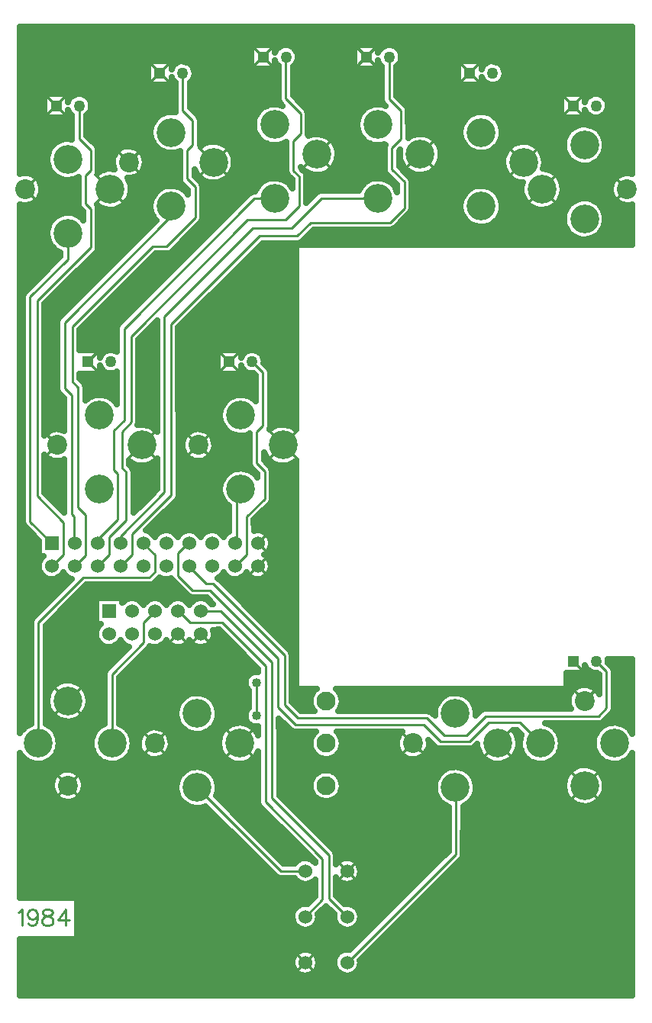
<source format=gbr>
G04 DipTrace 2.4.0.2*
%INTopCopper.gbr*%
%MOIN*%
%ADD13C,0.01*%
%ADD14C,0.025*%
%ADD15C,0.013*%
%ADD16C,0.05*%
%ADD17R,0.05X0.05*%
%ADD18C,0.06*%
%ADD19C,0.126*%
%ADD20C,0.0866*%
%ADD21C,0.0827*%
%ADD22R,0.06X0.06*%
%ADD23C,0.04*%
%ADD25C,0.18*%
%ADD52C,0.0108*%
%FSLAX44Y44*%
G04*
G70*
G90*
G75*
G01*
%LNTop*%
%LPD*%
X6407Y37638D2*
D13*
Y36508D1*
X4753Y34854D1*
Y25047D1*
X5706Y24094D1*
X6907Y43209D2*
Y41761D1*
X7408Y41260D1*
Y40391D1*
X7178Y40161D1*
Y38942D1*
X7408Y38713D1*
Y37033D1*
X5066Y34690D1*
Y26172D1*
X6226Y25012D1*
Y23614D1*
X5706Y23094D1*
X10919Y38819D2*
Y38382D1*
X6264Y33727D1*
Y30862D1*
X6575Y30551D1*
Y25370D1*
X6692Y25253D1*
Y24109D1*
X6706Y24094D1*
X11419Y44638D2*
Y42991D1*
X11850Y42559D1*
Y41496D1*
X11614Y41260D1*
Y40018D1*
X11969Y39664D1*
Y38327D1*
X10711Y37070D1*
X10097D1*
X6602Y33575D1*
Y31169D1*
X6858Y30913D1*
Y25681D1*
X7192Y25348D1*
Y23580D1*
X6706Y23094D1*
X7706Y24094D2*
Y24277D1*
X8577Y25148D1*
Y27126D1*
X8413Y27290D1*
Y29031D1*
X8862Y29480D1*
Y33469D1*
X14547Y39154D1*
X15430D1*
X7706Y23094D2*
X8199Y23588D1*
Y24358D1*
X8957Y25115D1*
Y27196D1*
X8764Y27388D1*
Y28976D1*
X9169Y29382D1*
Y33146D1*
X14252Y38228D1*
X15906D1*
X16512Y38835D1*
Y40117D1*
X16260Y40369D1*
Y41681D1*
X16567Y41988D1*
Y42870D1*
X15921Y43516D1*
Y45356D1*
X15930Y45346D1*
X8706Y24094D2*
Y24411D1*
X10622Y26327D1*
Y34008D1*
X14488Y37874D1*
X16181D1*
X17480Y39173D1*
X19962D1*
X19942Y39154D1*
X20442Y45346D2*
Y43495D1*
X20945Y42992D1*
Y41772D1*
X20551Y41378D1*
Y40433D1*
X21102Y39882D1*
Y38740D1*
X20472Y38110D1*
X17008D1*
X16417Y37520D1*
X14764D1*
X10913Y33669D1*
Y26189D1*
X9213Y24488D1*
Y23601D1*
X8706Y23094D1*
X9706Y24094D2*
Y24073D1*
X10197Y23583D1*
Y22835D1*
X9961Y22598D1*
X7087D1*
X5118Y20630D1*
Y15365D1*
X5108Y15354D1*
X11706Y24094D2*
X11654D1*
X11220Y23661D1*
Y22677D1*
X11850Y22047D1*
X12598D1*
X15591Y19055D1*
Y16929D1*
X16339Y16181D1*
X21929D1*
X22677Y15433D1*
X23937D1*
X24764Y16260D1*
X26131D1*
X27037Y15354D1*
X11706Y23094D2*
Y23058D1*
X12441Y22323D1*
X12756D1*
X15866Y19213D1*
Y17047D1*
X16457Y16457D1*
X22087D1*
X22835Y15709D1*
X23819D1*
X24646Y16535D1*
X29567D1*
X29921Y16890D1*
Y18490D1*
X29466Y18945D1*
X13706Y24094D2*
X13764D1*
Y26268D1*
X13953Y26457D1*
X13706Y23094D2*
X13724D1*
X14213Y23583D1*
Y25252D1*
X14996Y26035D1*
Y27248D1*
X14657Y27587D1*
Y28949D1*
X14925Y29217D1*
Y31555D1*
X14453Y32028D1*
X8336Y15354D2*
Y18375D1*
X9724Y19764D1*
Y20644D1*
X10206Y21126D1*
X11206D2*
X11236D1*
X11732Y20630D1*
X13150D1*
X15039Y18740D1*
Y12795D1*
X17520Y10315D1*
Y8522D1*
X16773Y7776D1*
X12206Y21126D2*
X13087D1*
X15315Y18898D1*
Y12953D1*
X17795Y10472D1*
Y8580D1*
X18600Y7776D1*
Y5776D2*
X18610D1*
X23346Y10512D1*
Y13403D1*
X23324Y13425D1*
X16773Y9776D2*
X15698D1*
X12049Y13425D1*
X14630Y18008D2*
Y16551D1*
D23*
Y18008D3*
Y16551D3*
D25*
X5417Y45457D3*
X29957D3*
X5417Y5417D3*
X29957D3*
X4347Y46414D2*
D14*
X31025D1*
X4347Y46165D2*
X31025D1*
X4347Y45916D2*
X31025D1*
X4347Y45668D2*
X14393D1*
X16357D2*
X18904D1*
X20868D2*
X31025D1*
X4347Y45419D2*
X14393D1*
X16466D2*
X18904D1*
X20978D2*
X31025D1*
X4347Y45170D2*
X14393D1*
X16439D2*
X18904D1*
X20950D2*
X31025D1*
X4347Y44922D2*
X9877D1*
X11872D2*
X14393D1*
X16263D2*
X18904D1*
X20782D2*
X23416D1*
X25407D2*
X31025D1*
X4347Y44673D2*
X9877D1*
X11958D2*
X15580D1*
X16263D2*
X20103D1*
X20782D2*
X23416D1*
X25493D2*
X31025D1*
X4347Y44424D2*
X9877D1*
X11911D2*
X15580D1*
X16263D2*
X20103D1*
X20782D2*
X23416D1*
X25446D2*
X31025D1*
X4347Y44176D2*
X9877D1*
X11759D2*
X15580D1*
X16263D2*
X20103D1*
X20782D2*
X23416D1*
X24493D2*
X24701D1*
X25204D2*
X31025D1*
X4347Y43927D2*
X11080D1*
X11759D2*
X15580D1*
X16263D2*
X20103D1*
X20782D2*
X31025D1*
X4347Y43678D2*
X5365D1*
X6446D2*
X6670D1*
X7142D2*
X11080D1*
X11759D2*
X15580D1*
X16263D2*
X20103D1*
X20782D2*
X27928D1*
X29005D2*
X29228D1*
X29700D2*
X31025D1*
X4347Y43429D2*
X5365D1*
X7396D2*
X11080D1*
X11759D2*
X15592D1*
X16478D2*
X20107D1*
X20978D2*
X27928D1*
X29954D2*
X31025D1*
X4347Y43181D2*
X5365D1*
X7446D2*
X11080D1*
X11759D2*
X15002D1*
X16728D2*
X19514D1*
X21224D2*
X27928D1*
X30005D2*
X31025D1*
X4347Y42932D2*
X5365D1*
X7364D2*
X10760D1*
X11946D2*
X14701D1*
X16900D2*
X19213D1*
X21286D2*
X24295D1*
X24611D2*
X27928D1*
X29927D2*
X31025D1*
X4347Y42683D2*
X6568D1*
X7247D2*
X10264D1*
X12165D2*
X14564D1*
X16907D2*
X19076D1*
X21286D2*
X23799D1*
X25107D2*
X31025D1*
X4347Y42435D2*
X6568D1*
X7247D2*
X10088D1*
X12189D2*
X14514D1*
X16907D2*
X19025D1*
X21286D2*
X23623D1*
X25286D2*
X31025D1*
X4347Y42186D2*
X6568D1*
X7247D2*
X10010D1*
X12189D2*
X14533D1*
X16907D2*
X19045D1*
X21286D2*
X23545D1*
X25364D2*
X28373D1*
X29560D2*
X31025D1*
X4347Y41937D2*
X6568D1*
X7247D2*
X10006D1*
X12189D2*
X14631D1*
X17571D2*
X19143D1*
X21286D2*
X21502D1*
X22083D2*
X23541D1*
X25368D2*
X28162D1*
X29771D2*
X31025D1*
X4347Y41689D2*
X6029D1*
X7450D2*
X10072D1*
X12189D2*
X14842D1*
X17966D2*
X19353D1*
X22478D2*
X23611D1*
X25298D2*
X28068D1*
X29864D2*
X31025D1*
X4347Y41440D2*
X5697D1*
X7693D2*
X8951D1*
X9184D2*
X10236D1*
X13361D2*
X15920D1*
X18126D2*
X20217D1*
X22638D2*
X23771D1*
X25138D2*
X25713D1*
X26896D2*
X28049D1*
X29884D2*
X31025D1*
X4347Y41191D2*
X5549D1*
X7747D2*
X8506D1*
X9634D2*
X10635D1*
X13571D2*
X15920D1*
X18193D2*
X20213D1*
X22704D2*
X24170D1*
X24739D2*
X25502D1*
X27107D2*
X28100D1*
X29833D2*
X31025D1*
X4347Y40943D2*
X5490D1*
X7747D2*
X8373D1*
X9763D2*
X11275D1*
X13669D2*
X15920D1*
X18189D2*
X20213D1*
X22700D2*
X25404D1*
X27204D2*
X28236D1*
X29693D2*
X31025D1*
X4347Y40694D2*
X5502D1*
X7747D2*
X8346D1*
X9790D2*
X11275D1*
X13689D2*
X15920D1*
X18111D2*
X20213D1*
X22622D2*
X25385D1*
X27224D2*
X28545D1*
X29388D2*
X31025D1*
X4347Y40445D2*
X5592D1*
X7747D2*
X8061D1*
X9724D2*
X11275D1*
X13638D2*
X15920D1*
X17935D2*
X20213D1*
X21009D2*
X21142D1*
X22446D2*
X25439D1*
X27310D2*
X31025D1*
X4884Y40197D2*
X5787D1*
X9521D2*
X11275D1*
X13497D2*
X15971D1*
X16841D2*
X17131D1*
X17431D2*
X20318D1*
X21259D2*
X21643D1*
X21943D2*
X25576D1*
X27775D2*
X30490D1*
X5165Y39948D2*
X6838D1*
X9091D2*
X11283D1*
X12153D2*
X12346D1*
X13193D2*
X14994D1*
X15868D2*
X16174D1*
X16853D2*
X19506D1*
X20380D2*
X20564D1*
X21435D2*
X25881D1*
X27950D2*
X30205D1*
X5267Y39699D2*
X6838D1*
X9165D2*
X10732D1*
X11103D2*
X11463D1*
X12306D2*
X14697D1*
X16853D2*
X19209D1*
X21443D2*
X24268D1*
X24638D2*
X26205D1*
X28025D2*
X30107D1*
X5271Y39450D2*
X6838D1*
X9169D2*
X10260D1*
X12310D2*
X14416D1*
X16853D2*
X17307D1*
X21443D2*
X23795D1*
X25114D2*
X26205D1*
X28028D2*
X30103D1*
X5177Y39202D2*
X6838D1*
X9099D2*
X10084D1*
X12310D2*
X14127D1*
X16853D2*
X17035D1*
X21443D2*
X23619D1*
X25286D2*
X26275D1*
X27958D2*
X30197D1*
X4915Y38953D2*
X6838D1*
X8935D2*
X10010D1*
X12310D2*
X13877D1*
X21443D2*
X23545D1*
X25364D2*
X26439D1*
X27790D2*
X28365D1*
X29568D2*
X30459D1*
X4347Y38704D2*
X6947D1*
X7747D2*
X7994D1*
X8521D2*
X10006D1*
X12310D2*
X13627D1*
X21439D2*
X23541D1*
X25368D2*
X26853D1*
X27380D2*
X28158D1*
X29771D2*
X31025D1*
X4347Y38456D2*
X6018D1*
X6794D2*
X7068D1*
X7747D2*
X10076D1*
X12310D2*
X13381D1*
X21286D2*
X23611D1*
X25298D2*
X28064D1*
X29864D2*
X31025D1*
X4347Y38207D2*
X5693D1*
X7747D2*
X10240D1*
X12286D2*
X13131D1*
X21040D2*
X23775D1*
X25130D2*
X28049D1*
X29884D2*
X31025D1*
X4347Y37958D2*
X5545D1*
X7747D2*
X10025D1*
X12071D2*
X12881D1*
X20790D2*
X24186D1*
X24724D2*
X28100D1*
X29829D2*
X31025D1*
X4347Y37710D2*
X5490D1*
X7747D2*
X9775D1*
X11821D2*
X12635D1*
X17079D2*
X28240D1*
X29689D2*
X31025D1*
X4347Y37461D2*
X5506D1*
X7747D2*
X9529D1*
X11571D2*
X12385D1*
X16829D2*
X28553D1*
X29376D2*
X31025D1*
X4347Y37212D2*
X5596D1*
X7747D2*
X9279D1*
X11325D2*
X12135D1*
X16509D2*
X31025D1*
X4347Y36964D2*
X5795D1*
X7739D2*
X9029D1*
X11075D2*
X11889D1*
X14677D2*
X16338D1*
X4347Y36715D2*
X6068D1*
X7560D2*
X8783D1*
X10212D2*
X11639D1*
X14431D2*
X16338D1*
X4347Y36466D2*
X5896D1*
X7314D2*
X8533D1*
X9962D2*
X11389D1*
X14181D2*
X16338D1*
X4347Y36218D2*
X5646D1*
X7064D2*
X8283D1*
X9716D2*
X11143D1*
X13931D2*
X16338D1*
X4347Y35969D2*
X5396D1*
X6814D2*
X8037D1*
X9466D2*
X10893D1*
X13685D2*
X16338D1*
X4347Y35720D2*
X5150D1*
X6568D2*
X7787D1*
X9216D2*
X10643D1*
X13435D2*
X16338D1*
X4347Y35471D2*
X4900D1*
X6318D2*
X7537D1*
X8970D2*
X10396D1*
X13185D2*
X16338D1*
X4347Y35223D2*
X4650D1*
X6068D2*
X7291D1*
X8720D2*
X10146D1*
X12939D2*
X16338D1*
X5821Y34974D2*
X7041D1*
X8470D2*
X9896D1*
X12689D2*
X16338D1*
X5571Y34725D2*
X6791D1*
X8224D2*
X9650D1*
X12439D2*
X16338D1*
X5403Y34477D2*
X6545D1*
X7974D2*
X9400D1*
X12193D2*
X16338D1*
X5403Y34228D2*
X6295D1*
X7728D2*
X9150D1*
X11943D2*
X16338D1*
X5403Y33979D2*
X6045D1*
X7478D2*
X8904D1*
X11693D2*
X16338D1*
X5403Y33731D2*
X5924D1*
X7228D2*
X8654D1*
X11446D2*
X16338D1*
X5403Y33482D2*
X5924D1*
X6982D2*
X8521D1*
X9978D2*
X10283D1*
X11255D2*
X16338D1*
X5403Y33233D2*
X5924D1*
X6943D2*
X8521D1*
X9728D2*
X10283D1*
X11255D2*
X16338D1*
X5403Y32985D2*
X5924D1*
X6943D2*
X8521D1*
X9509D2*
X10283D1*
X11255D2*
X16338D1*
X5403Y32736D2*
X5924D1*
X6943D2*
X8521D1*
X9509D2*
X10283D1*
X11255D2*
X16338D1*
X5403Y32487D2*
X5924D1*
X7825D2*
X8029D1*
X9509D2*
X10283D1*
X11255D2*
X12912D1*
X13993D2*
X14197D1*
X14708D2*
X16338D1*
X5403Y32239D2*
X5924D1*
X9509D2*
X10283D1*
X11255D2*
X12912D1*
X14946D2*
X16338D1*
X5403Y31990D2*
X5924D1*
X9509D2*
X10283D1*
X11255D2*
X12912D1*
X14989D2*
X16338D1*
X5403Y31741D2*
X5924D1*
X9509D2*
X10283D1*
X11255D2*
X12912D1*
X15204D2*
X16338D1*
X5403Y31492D2*
X5924D1*
X6943D2*
X8521D1*
X9509D2*
X10283D1*
X11255D2*
X14518D1*
X15267D2*
X16338D1*
X5403Y31244D2*
X5924D1*
X6997D2*
X8521D1*
X9509D2*
X10283D1*
X11255D2*
X14584D1*
X15267D2*
X16338D1*
X5403Y30995D2*
X5924D1*
X7189D2*
X8521D1*
X9509D2*
X10283D1*
X11255D2*
X14584D1*
X15267D2*
X16338D1*
X5403Y30746D2*
X5947D1*
X7196D2*
X8521D1*
X9509D2*
X10283D1*
X11255D2*
X14584D1*
X15267D2*
X16338D1*
X5403Y30498D2*
X6158D1*
X7196D2*
X7389D1*
X8185D2*
X8521D1*
X9509D2*
X10283D1*
X11255D2*
X13553D1*
X14353D2*
X14584D1*
X15267D2*
X16338D1*
X5403Y30249D2*
X6236D1*
X9509D2*
X10283D1*
X11255D2*
X13232D1*
X15267D2*
X16338D1*
X5403Y30000D2*
X6236D1*
X9509D2*
X10283D1*
X11255D2*
X13092D1*
X15267D2*
X16338D1*
X5403Y29752D2*
X6236D1*
X9509D2*
X10283D1*
X11255D2*
X13037D1*
X15267D2*
X16338D1*
X5403Y29503D2*
X6236D1*
X9509D2*
X10283D1*
X11255D2*
X13053D1*
X15267D2*
X16338D1*
X5403Y29254D2*
X6236D1*
X9876D2*
X10283D1*
X11255D2*
X13143D1*
X15267D2*
X15564D1*
X16044D2*
X16338D1*
X5403Y29006D2*
X5592D1*
X11255D2*
X11756D1*
X12446D2*
X13346D1*
X11255Y28757D2*
X11486D1*
X12720D2*
X14318D1*
X11255Y28508D2*
X11391D1*
X12814D2*
X14318D1*
X11255Y28260D2*
X11391D1*
X12814D2*
X14318D1*
X11255Y28011D2*
X11490D1*
X12716D2*
X14318D1*
X5403Y27762D2*
X5600D1*
X11255D2*
X11764D1*
X12439D2*
X14318D1*
X14997D2*
X15133D1*
X5403Y27513D2*
X6236D1*
X9111D2*
X9416D1*
X9861D2*
X10283D1*
X11255D2*
X14326D1*
X15200D2*
X15580D1*
X16028D2*
X16338D1*
X5403Y27265D2*
X6236D1*
X9290D2*
X10283D1*
X11255D2*
X13545D1*
X14361D2*
X14506D1*
X15337D2*
X16338D1*
X5403Y27016D2*
X6236D1*
X9298D2*
X10283D1*
X11255D2*
X13228D1*
X15337D2*
X16338D1*
X5403Y26767D2*
X6236D1*
X9298D2*
X10283D1*
X11255D2*
X13088D1*
X15337D2*
X16338D1*
X5403Y26519D2*
X6236D1*
X9298D2*
X10283D1*
X11255D2*
X13037D1*
X15337D2*
X16338D1*
X5439Y26270D2*
X6236D1*
X9298D2*
X10096D1*
X11255D2*
X13053D1*
X15337D2*
X16338D1*
X5685Y26021D2*
X6236D1*
X9298D2*
X9846D1*
X11204D2*
X13146D1*
X15337D2*
X16338D1*
X5935Y25773D2*
X6236D1*
X9298D2*
X9600D1*
X10966D2*
X13350D1*
X15204D2*
X16338D1*
X10720Y25524D2*
X13424D1*
X14954D2*
X16338D1*
X10470Y25275D2*
X13424D1*
X14704D2*
X16338D1*
X10220Y25027D2*
X13424D1*
X14552D2*
X16338D1*
X4347Y24778D2*
X4553D1*
X9974D2*
X13424D1*
X14552D2*
X16338D1*
X4347Y24529D2*
X4803D1*
X10091D2*
X10322D1*
X11091D2*
X11322D1*
X12091D2*
X12322D1*
X13091D2*
X13322D1*
X15091D2*
X16338D1*
X4347Y24281D2*
X5049D1*
X15263D2*
X16338D1*
X4347Y24032D2*
X5115D1*
X15294D2*
X16338D1*
X4347Y23783D2*
X5115D1*
X15200D2*
X16338D1*
X4347Y23534D2*
X5115D1*
X15087D2*
X16338D1*
X4347Y23286D2*
X5150D1*
X15263D2*
X16338D1*
X4347Y23037D2*
X5119D1*
X15294D2*
X16338D1*
X4347Y22788D2*
X5205D1*
X15204D2*
X16338D1*
X4347Y22540D2*
X5576D1*
X5837D2*
X6557D1*
X10372D2*
X10576D1*
X13009D2*
X13576D1*
X13837D2*
X14576D1*
X14837D2*
X16338D1*
X4347Y22291D2*
X6311D1*
X10052D2*
X11135D1*
X13259D2*
X16338D1*
X4347Y22042D2*
X6061D1*
X7001D2*
X11385D1*
X13505D2*
X16338D1*
X4347Y21794D2*
X5811D1*
X6751D2*
X11639D1*
X13755D2*
X16338D1*
X4347Y21545D2*
X5564D1*
X6505D2*
X7615D1*
X9611D2*
X9803D1*
X10611D2*
X10803D1*
X11611D2*
X11803D1*
X14005D2*
X16338D1*
X4347Y21296D2*
X5314D1*
X6255D2*
X7615D1*
X14251D2*
X16338D1*
X4347Y21048D2*
X5064D1*
X6005D2*
X7615D1*
X14501D2*
X16338D1*
X4347Y20799D2*
X4826D1*
X5759D2*
X7615D1*
X14751D2*
X16338D1*
X4347Y20550D2*
X4779D1*
X5509D2*
X7807D1*
X14997D2*
X16338D1*
X4347Y20302D2*
X4779D1*
X5458D2*
X7643D1*
X12767D2*
X13010D1*
X15247D2*
X16338D1*
X4347Y20053D2*
X4779D1*
X5458D2*
X7619D1*
X12790D2*
X13256D1*
X15497D2*
X16338D1*
X4347Y19804D2*
X4779D1*
X5458D2*
X7717D1*
X12696D2*
X13506D1*
X15743D2*
X16338D1*
X4347Y19555D2*
X4779D1*
X5458D2*
X9045D1*
X9986D2*
X13756D1*
X15993D2*
X16338D1*
X4347Y19307D2*
X4779D1*
X5458D2*
X8799D1*
X9739D2*
X14002D1*
X16193D2*
X16338D1*
X4347Y19058D2*
X4779D1*
X5458D2*
X8549D1*
X9489D2*
X14252D1*
X16204D2*
X16338D1*
X4347Y18809D2*
X4779D1*
X5458D2*
X8299D1*
X9239D2*
X14498D1*
X16204D2*
X16338D1*
X30071D2*
X31025D1*
X4347Y18561D2*
X4779D1*
X5458D2*
X8057D1*
X8993D2*
X14701D1*
X16204D2*
X16338D1*
X30251D2*
X31025D1*
X4347Y18312D2*
X4779D1*
X5458D2*
X7998D1*
X8743D2*
X14252D1*
X16204D2*
X16338D1*
X28200D2*
X29580D1*
X30263D2*
X31025D1*
X4347Y18063D2*
X4779D1*
X5458D2*
X6131D1*
X6685D2*
X7998D1*
X8677D2*
X14143D1*
X16204D2*
X16338D1*
X28200D2*
X29580D1*
X30263D2*
X31025D1*
X4347Y17815D2*
X4779D1*
X5458D2*
X5728D1*
X7087D2*
X7998D1*
X8677D2*
X14182D1*
X16204D2*
X16338D1*
X28189D2*
X28603D1*
X29329D2*
X29580D1*
X30263D2*
X31025D1*
X4347Y17566D2*
X4779D1*
X7251D2*
X7998D1*
X8677D2*
X14291D1*
X16204D2*
X17088D1*
X18286D2*
X28346D1*
X30263D2*
X31025D1*
X4347Y17317D2*
X4779D1*
X7318D2*
X7998D1*
X8677D2*
X11424D1*
X12673D2*
X14291D1*
X16204D2*
X16994D1*
X18380D2*
X22697D1*
X23950D2*
X28252D1*
X30263D2*
X31025D1*
X4347Y17069D2*
X4779D1*
X7318D2*
X7998D1*
X8677D2*
X11232D1*
X12864D2*
X14291D1*
X16314D2*
X16998D1*
X18376D2*
X22506D1*
X24142D2*
X28256D1*
X30263D2*
X31025D1*
X4347Y16820D2*
X4779D1*
X7239D2*
X7998D1*
X8677D2*
X11143D1*
X12954D2*
X14225D1*
X16564D2*
X17103D1*
X18271D2*
X22420D1*
X24228D2*
X24486D1*
X30255D2*
X31025D1*
X4347Y16571D2*
X4779D1*
X5458D2*
X5752D1*
X7064D2*
X7998D1*
X8677D2*
X11131D1*
X12966D2*
X14139D1*
X30071D2*
X31025D1*
X4347Y16323D2*
X4779D1*
X5458D2*
X6232D1*
X6579D2*
X7998D1*
X8677D2*
X11193D1*
X12903D2*
X14201D1*
X29825D2*
X31025D1*
X4347Y16074D2*
X4553D1*
X5665D2*
X7779D1*
X8892D2*
X11342D1*
X12755D2*
X13342D1*
X14454D2*
X14701D1*
X15653D2*
X15975D1*
X27595D2*
X29709D1*
X30821D2*
X31025D1*
X5892Y15825D2*
X7549D1*
X9122D2*
X9658D1*
X10739D2*
X11686D1*
X12411D2*
X13111D1*
X15653D2*
X17174D1*
X18200D2*
X20936D1*
X25962D2*
X26096D1*
X27821D2*
X29478D1*
X6001Y15576D2*
X7443D1*
X9228D2*
X9510D1*
X10884D2*
X13006D1*
X15653D2*
X17021D1*
X18353D2*
X20787D1*
X27927D2*
X29373D1*
X6028Y15328D2*
X7416D1*
X9255D2*
X9475D1*
X10919D2*
X12978D1*
X15653D2*
X16982D1*
X18388D2*
X20752D1*
X27954D2*
X29346D1*
X5986Y15079D2*
X7459D1*
X9212D2*
X9533D1*
X10864D2*
X13021D1*
X15653D2*
X17041D1*
X18329D2*
X20807D1*
X22142D2*
X24299D1*
X27911D2*
X29389D1*
X5857Y14830D2*
X7584D1*
X9087D2*
X9713D1*
X10685D2*
X13150D1*
X15653D2*
X17232D1*
X18142D2*
X20986D1*
X21958D2*
X24424D1*
X25923D2*
X26287D1*
X27786D2*
X29514D1*
X4347Y14582D2*
X4631D1*
X5583D2*
X7861D1*
X8814D2*
X13424D1*
X14376D2*
X14701D1*
X15653D2*
X24697D1*
X25650D2*
X26561D1*
X27513D2*
X29787D1*
X30739D2*
X31025D1*
X4347Y14333D2*
X14701D1*
X15653D2*
X28603D1*
X29325D2*
X31025D1*
X4347Y14084D2*
X5994D1*
X6818D2*
X11420D1*
X12677D2*
X14701D1*
X15653D2*
X17311D1*
X18064D2*
X22693D1*
X23954D2*
X28260D1*
X29673D2*
X31025D1*
X4347Y13836D2*
X5768D1*
X7044D2*
X11228D1*
X12868D2*
X14701D1*
X15653D2*
X17068D1*
X18302D2*
X22506D1*
X24146D2*
X28111D1*
X29821D2*
X31025D1*
X4347Y13587D2*
X5689D1*
X7126D2*
X11143D1*
X12954D2*
X14701D1*
X15653D2*
X16990D1*
X18384D2*
X22420D1*
X24228D2*
X28049D1*
X29880D2*
X31025D1*
X4347Y13338D2*
X5705D1*
X7111D2*
X11135D1*
X12962D2*
X14701D1*
X15653D2*
X17002D1*
X18368D2*
X22408D1*
X24239D2*
X28061D1*
X29868D2*
X31025D1*
X4347Y13090D2*
X5822D1*
X6993D2*
X11193D1*
X12903D2*
X14701D1*
X15653D2*
X17123D1*
X18247D2*
X22471D1*
X24177D2*
X28146D1*
X29782D2*
X31025D1*
X4347Y12841D2*
X6166D1*
X6650D2*
X11346D1*
X13103D2*
X14701D1*
X15896D2*
X17518D1*
X17853D2*
X22623D1*
X24028D2*
X28342D1*
X29591D2*
X31025D1*
X4347Y12592D2*
X11697D1*
X13353D2*
X14775D1*
X16146D2*
X22975D1*
X23685D2*
X31025D1*
X4347Y12344D2*
X12658D1*
X13599D2*
X15021D1*
X16396D2*
X23006D1*
X23685D2*
X31025D1*
X4347Y12095D2*
X12908D1*
X13849D2*
X15271D1*
X16642D2*
X23006D1*
X23685D2*
X31025D1*
X4347Y11846D2*
X13158D1*
X14099D2*
X15518D1*
X16892D2*
X23006D1*
X23685D2*
X31025D1*
X4347Y11597D2*
X13404D1*
X14345D2*
X15768D1*
X17142D2*
X23006D1*
X23685D2*
X31025D1*
X4347Y11349D2*
X13654D1*
X14595D2*
X16018D1*
X17388D2*
X23006D1*
X23685D2*
X31025D1*
X4347Y11100D2*
X13904D1*
X14845D2*
X16264D1*
X17638D2*
X23006D1*
X23685D2*
X31025D1*
X4347Y10851D2*
X14150D1*
X15091D2*
X16514D1*
X17888D2*
X23006D1*
X23685D2*
X31025D1*
X4347Y10603D2*
X14400D1*
X15341D2*
X16764D1*
X18107D2*
X22967D1*
X23685D2*
X31025D1*
X4347Y10354D2*
X14650D1*
X15591D2*
X17010D1*
X18134D2*
X22717D1*
X23646D2*
X31025D1*
X4347Y10105D2*
X14896D1*
X15837D2*
X16291D1*
X19083D2*
X22471D1*
X23411D2*
X31025D1*
X4347Y9857D2*
X15146D1*
X19185D2*
X22221D1*
X23161D2*
X31025D1*
X4347Y9608D2*
X15396D1*
X19165D2*
X21971D1*
X22911D2*
X31025D1*
X4347Y9359D2*
X16365D1*
X19005D2*
X21725D1*
X22665D2*
X31025D1*
X4347Y9111D2*
X17182D1*
X18134D2*
X21475D1*
X22415D2*
X31025D1*
X4347Y8862D2*
X17182D1*
X18134D2*
X21225D1*
X22165D2*
X31025D1*
X4347Y8613D2*
X17139D1*
X18232D2*
X20978D1*
X21919D2*
X31025D1*
X6821Y8365D2*
X16893D1*
X18482D2*
X20728D1*
X21669D2*
X31025D1*
X6821Y8116D2*
X16299D1*
X17583D2*
X17791D1*
X19075D2*
X20478D1*
X21419D2*
X31025D1*
X6821Y7867D2*
X16189D1*
X17357D2*
X18018D1*
X19181D2*
X20232D1*
X21173D2*
X31025D1*
X6821Y7618D2*
X16205D1*
X17341D2*
X18033D1*
X19169D2*
X19982D1*
X20923D2*
X31025D1*
X6821Y7370D2*
X16353D1*
X17193D2*
X18182D1*
X19017D2*
X19732D1*
X20673D2*
X31025D1*
X6821Y7121D2*
X19486D1*
X20427D2*
X31025D1*
X6821Y6872D2*
X19236D1*
X20177D2*
X31025D1*
X4347Y6624D2*
X18986D1*
X19927D2*
X31025D1*
X4347Y6375D2*
X18740D1*
X19681D2*
X31025D1*
X4347Y6126D2*
X16307D1*
X17239D2*
X18131D1*
X19431D2*
X31025D1*
X4347Y5878D2*
X16193D1*
X17353D2*
X18018D1*
X19181D2*
X31025D1*
X4347Y5629D2*
X16201D1*
X17345D2*
X18029D1*
X19169D2*
X31025D1*
X4347Y5380D2*
X16346D1*
X17200D2*
X18170D1*
X19028D2*
X31025D1*
X4347Y5132D2*
X31025D1*
X4347Y4883D2*
X31025D1*
X4347Y4634D2*
X31025D1*
X4347Y4385D2*
X31025D1*
X7407Y43085D2*
X7362Y42968D1*
X7291Y42866D1*
X7224Y42807D1*
X7222Y41892D1*
X7631Y41483D1*
X7700Y41379D1*
X7723Y41260D1*
Y40391D1*
X7696Y40266D1*
X7833Y40355D1*
X7971Y40415D1*
X8116Y40451D1*
X8265Y40462D1*
X8415Y40448D1*
X8441Y40443D1*
X8397Y40558D1*
X8374Y40680D1*
X8373Y40805D1*
X8394Y40928D1*
X8437Y41045D1*
X8500Y41153D1*
X8581Y41248D1*
X8678Y41327D1*
X8787Y41387D1*
X8906Y41427D1*
X9029Y41445D1*
X9154Y41441D1*
X9276Y41414D1*
X9391Y41367D1*
X9496Y41299D1*
X9588Y41214D1*
X9662Y41114D1*
X9718Y41003D1*
X9753Y40883D1*
X9766Y40748D1*
X9755Y40624D1*
X9722Y40503D1*
X9668Y40391D1*
X9595Y40290D1*
X9505Y40203D1*
X9401Y40134D1*
X9286Y40085D1*
X9164Y40057D1*
X9040Y40051D1*
X9009Y40053D1*
X9085Y39906D1*
X9130Y39763D1*
X9151Y39614D1*
X9146Y39467D1*
X9117Y39320D1*
X9064Y39180D1*
X8988Y39051D1*
X8892Y38936D1*
X8778Y38839D1*
X8649Y38762D1*
X8509Y38708D1*
X8363Y38678D1*
X8213Y38673D1*
X8064Y38693D1*
X7921Y38738D1*
X7788Y38805D1*
X7662Y38899D1*
X7700Y38832D1*
X7723Y38713D1*
Y37033D1*
X7699Y36911D1*
X7631Y36810D1*
X5380Y34559D1*
X5383Y28811D1*
X5468Y28903D1*
X5568Y28978D1*
X5679Y29034D1*
X5799Y29070D1*
X5923Y29084D1*
X6047Y29075D1*
X6168Y29044D1*
X6261Y29004D1*
X6260Y30421D1*
X6041Y30640D1*
X5972Y30743D1*
X5949Y30862D1*
Y33727D1*
X5973Y33849D1*
X6041Y33950D1*
X10281Y38190D1*
X10194Y38294D1*
X10128Y38400D1*
X10077Y38514D1*
X10043Y38634D1*
X10026Y38758D1*
Y38883D1*
X10044Y39006D1*
X10078Y39126D1*
X10129Y39240D1*
X10196Y39346D1*
X10276Y39442D1*
X10369Y39525D1*
X10473Y39595D1*
X10585Y39649D1*
X10704Y39688D1*
X10827Y39709D1*
X10952Y39713D1*
X11076Y39700D1*
X11197Y39669D1*
X11313Y39622D1*
X11421Y39560D1*
X11519Y39482D1*
X11606Y39392D1*
X11654Y39326D1*
Y39534D1*
X11391Y39796D1*
X11323Y39899D1*
X11299Y40018D1*
Y41234D1*
X11195Y41196D1*
X11073Y41166D1*
X10949Y41153D1*
X10824Y41157D1*
X10701Y41179D1*
X10583Y41218D1*
X10470Y41273D1*
X10367Y41343D1*
X10274Y41426D1*
X10194Y41522D1*
X10128Y41628D1*
X10077Y41742D1*
X10043Y41862D1*
X10026Y41986D1*
Y42111D1*
X10044Y42235D1*
X10078Y42355D1*
X10129Y42469D1*
X10196Y42574D1*
X10276Y42670D1*
X10369Y42753D1*
X10473Y42823D1*
X10585Y42878D1*
X10704Y42916D1*
X10827Y42937D1*
X10952Y42941D1*
X11110Y42920D1*
X11104Y43116D1*
Y44229D1*
X11030Y44301D1*
X10960Y44404D1*
X10934Y44474D1*
Y44123D1*
X9904D1*
Y45153D1*
X10934D1*
Y44810D1*
X10967Y44885D1*
X11039Y44986D1*
X11134Y45067D1*
X11246Y45123D1*
X11367Y45150D1*
X11492Y45147D1*
X11612Y45115D1*
X11721Y45054D1*
X11813Y44969D1*
X11881Y44865D1*
X11922Y44747D1*
X11934Y44638D1*
X11918Y44514D1*
X11874Y44398D1*
X11803Y44295D1*
X11736Y44236D1*
X11734Y43118D1*
X12073Y42782D1*
X12142Y42678D1*
X12165Y42559D1*
X12164Y41484D1*
X12200Y41439D1*
X12323Y41524D1*
X12459Y41587D1*
X12603Y41627D1*
X12752Y41643D1*
X12902Y41633D1*
X13047Y41598D1*
X13185Y41540D1*
X13312Y41459D1*
X13423Y41359D1*
X13516Y41241D1*
X13587Y41110D1*
X13636Y40968D1*
X13661Y40820D1*
Y40673D1*
X13636Y40525D1*
X13586Y40384D1*
X13514Y40253D1*
X13421Y40135D1*
X13310Y40035D1*
X13183Y39955D1*
X13045Y39897D1*
X12899Y39863D1*
X12750Y39853D1*
X12601Y39869D1*
X12456Y39910D1*
X12321Y39974D1*
X12198Y40059D1*
X12091Y40164D1*
X12003Y40285D1*
X11937Y40420D1*
X11929Y40439D1*
Y40147D1*
X12191Y39887D1*
X12260Y39783D1*
X12283Y39664D1*
Y38327D1*
X12259Y38205D1*
X12191Y38104D1*
X10934Y36847D1*
X10831Y36778D1*
X10711Y36755D1*
X10231D1*
X8287Y34814D1*
X6920Y33447D1*
X6917Y32540D1*
X7072Y32542D1*
X7802D1*
Y32200D1*
X7835Y32274D1*
X7908Y32376D1*
X8003Y32457D1*
X8114Y32513D1*
X8236Y32540D1*
X8361Y32537D1*
X8481Y32505D1*
X8546Y32469D1*
X8547Y33469D1*
X8572Y33590D1*
X8640Y33691D1*
X14325Y39376D1*
X14428Y39445D1*
X14547Y39468D1*
X14590D1*
X14641Y39575D1*
X14707Y39681D1*
X14788Y39776D1*
X14881Y39860D1*
X14984Y39929D1*
X15097Y39984D1*
X15216Y40022D1*
X15339Y40044D1*
X15464Y40048D1*
X15588Y40034D1*
X15709Y40004D1*
X15825Y39957D1*
X15933Y39894D1*
X16031Y39817D1*
X16117Y39727D1*
X16196Y39615D1*
X16197Y39987D1*
X16037Y40146D1*
X15968Y40249D1*
X15945Y40369D1*
Y41648D1*
X15822Y41577D1*
X15706Y41531D1*
X15585Y41501D1*
X15461Y41488D1*
X15336Y41492D1*
X15213Y41514D1*
X15095Y41553D1*
X14982Y41607D1*
X14879Y41677D1*
X14786Y41761D1*
X14706Y41857D1*
X14640Y41963D1*
X14589Y42077D1*
X14555Y42197D1*
X14538Y42321D1*
Y42446D1*
X14555Y42569D1*
X14590Y42689D1*
X14641Y42803D1*
X14707Y42909D1*
X14788Y43005D1*
X14881Y43088D1*
X14984Y43158D1*
X15097Y43212D1*
X15216Y43251D1*
X15339Y43272D1*
X15464Y43276D1*
X15588Y43263D1*
X15709Y43232D1*
X15792Y43198D1*
X15699Y43293D1*
X15630Y43396D1*
X15606Y43516D1*
Y44949D1*
X15541Y45009D1*
X15472Y45113D1*
X15446Y45182D1*
X15445Y44832D1*
X14416D1*
Y45861D1*
X15445D1*
Y45518D1*
X15478Y45593D1*
X15551Y45695D1*
X15646Y45776D1*
X15757Y45831D1*
X15879Y45859D1*
X16004Y45856D1*
X16124Y45824D1*
X16233Y45763D1*
X16324Y45678D1*
X16393Y45574D1*
X16434Y45456D1*
X16445Y45346D1*
X16430Y45223D1*
X16386Y45106D1*
X16315Y45004D1*
X16236Y44934D1*
Y43649D1*
X16790Y43093D1*
X16858Y42989D1*
X16882Y42870D1*
X16881Y41976D1*
X16924Y41903D1*
X17066Y41951D1*
X17214Y41975D1*
X17364Y41974D1*
X17511Y41947D1*
X17652Y41897D1*
X17783Y41823D1*
X17900Y41729D1*
X17999Y41617D1*
X18078Y41490D1*
X18135Y41351D1*
X18167Y41205D1*
X18175Y41058D1*
X18159Y40909D1*
X18117Y40765D1*
X18053Y40630D1*
X17966Y40507D1*
X17861Y40401D1*
X17739Y40314D1*
X17604Y40248D1*
X17460Y40206D1*
X17311Y40188D1*
X17162Y40196D1*
X17016Y40228D1*
X16877Y40284D1*
X16749Y40363D1*
X16636Y40462D1*
X16575Y40533D1*
X16659Y40415D1*
X16734Y40339D1*
X16803Y40236D1*
X16827Y40117D1*
Y38964D1*
X17258Y39396D1*
X17361Y39465D1*
X17480Y39488D1*
X19109D1*
X19219Y39681D1*
X19300Y39776D1*
X19393Y39860D1*
X19496Y39929D1*
X19609Y39984D1*
X19728Y40022D1*
X19851Y40044D1*
X19975Y40048D1*
X20100Y40034D1*
X20221Y40004D1*
X20336Y39957D1*
X20444Y39894D1*
X20543Y39817D1*
X20629Y39727D1*
X20702Y39626D1*
X20761Y39515D1*
X20789Y39438D1*
X20787Y39752D1*
X20329Y40210D1*
X20260Y40314D1*
X20236Y40433D1*
Y41378D1*
X20266Y41510D1*
X20218Y41531D1*
X20097Y41501D1*
X19973Y41488D1*
X19848Y41492D1*
X19725Y41514D1*
X19606Y41553D1*
X19494Y41607D1*
X19391Y41677D1*
X19298Y41761D1*
X19218Y41857D1*
X19152Y41963D1*
X19101Y42077D1*
X19067Y42197D1*
X19050Y42321D1*
Y42446D1*
X19067Y42569D1*
X19102Y42689D1*
X19153Y42803D1*
X19219Y42909D1*
X19300Y43005D1*
X19393Y43088D1*
X19496Y43158D1*
X19609Y43212D1*
X19728Y43251D1*
X19851Y43272D1*
X19975Y43276D1*
X20100Y43263D1*
X20221Y43232D1*
X20280Y43211D1*
X20220Y43272D1*
X20151Y43375D1*
X20127Y43495D1*
Y44936D1*
X20053Y45009D1*
X19983Y45113D1*
X19958Y45182D1*
X19957Y44832D1*
X18927D1*
Y45861D1*
X19957D1*
Y45518D1*
X19990Y45593D1*
X20063Y45695D1*
X20158Y45776D1*
X20269Y45831D1*
X20391Y45859D1*
X20515Y45856D1*
X20636Y45824D1*
X20745Y45763D1*
X20836Y45678D1*
X20904Y45574D1*
X20945Y45456D1*
X20957Y45346D1*
X20942Y45223D1*
X20898Y45106D1*
X20827Y45004D1*
X20759Y44945D1*
X20757Y43624D1*
X21168Y43215D1*
X21236Y43111D1*
X21260Y42992D1*
X21263Y41804D1*
X21391Y41882D1*
X21530Y41938D1*
X21676Y41970D1*
X21826Y41977D1*
X21975Y41959D1*
X22118Y41916D1*
X22253Y41850D1*
X22374Y41763D1*
X22480Y41656D1*
X22566Y41533D1*
X22630Y41398D1*
X22671Y41254D1*
X22687Y41105D1*
X22679Y40958D1*
X22646Y40812D1*
X22588Y40673D1*
X22509Y40546D1*
X22410Y40434D1*
X22293Y40341D1*
X22162Y40268D1*
X22021Y40217D1*
X21873Y40191D1*
X21723D1*
X21575Y40215D1*
X21434Y40263D1*
X21302Y40334D1*
X21184Y40427D1*
X21083Y40537D1*
X21002Y40664D1*
X20943Y40801D1*
X20908Y40947D1*
X20898Y41096D1*
X20913Y41246D1*
X20927Y41309D1*
X20866Y41248D1*
Y40562D1*
X21325Y40105D1*
X21394Y40001D1*
X21417Y39882D1*
Y38740D1*
X21393Y38618D1*
X21325Y38517D1*
X20695Y37888D1*
X20592Y37819D1*
X20472Y37795D1*
X17140D1*
X16640Y37297D1*
X16537Y37228D1*
X16417Y37205D1*
X14898D1*
X13395Y35706D1*
X11227Y33538D1*
X11228Y26189D1*
X11204Y26067D1*
X11136Y25966D1*
X9819Y24649D1*
X9914Y24620D1*
X10024Y24561D1*
X10119Y24480D1*
X10205Y24355D1*
X10246Y24423D1*
X10330Y24516D1*
X10431Y24588D1*
X10546Y24636D1*
X10669Y24658D1*
X10794Y24653D1*
X10914Y24620D1*
X11024Y24561D1*
X11119Y24480D1*
X11205Y24355D1*
X11246Y24423D1*
X11330Y24516D1*
X11431Y24588D1*
X11546Y24636D1*
X11669Y24658D1*
X11794Y24653D1*
X11914Y24620D1*
X12024Y24561D1*
X12119Y24480D1*
X12205Y24355D1*
X12246Y24423D1*
X12330Y24516D1*
X12431Y24588D1*
X12546Y24636D1*
X12669Y24658D1*
X12794Y24653D1*
X12914Y24620D1*
X13024Y24561D1*
X13119Y24480D1*
X13205Y24355D1*
X13246Y24423D1*
X13330Y24516D1*
X13449Y24596D1*
Y25716D1*
X13308Y25836D1*
X13228Y25932D1*
X13162Y26038D1*
X13111Y26152D1*
X13077Y26272D1*
X13060Y26396D1*
Y26520D1*
X13078Y26644D1*
X13112Y26764D1*
X13163Y26878D1*
X13230Y26984D1*
X13310Y27079D1*
X13403Y27163D1*
X13507Y27232D1*
X13619Y27287D1*
X13738Y27325D1*
X13861Y27347D1*
X13986Y27351D1*
X14110Y27338D1*
X14231Y27307D1*
X14347Y27260D1*
X14455Y27197D1*
X14553Y27120D1*
X14640Y27030D1*
X14683Y26970D1*
X14681Y27117D1*
X14435Y27364D1*
X14366Y27467D1*
X14343Y27587D1*
Y28882D1*
X14229Y28834D1*
X14108Y28804D1*
X13983Y28791D1*
X13859Y28795D1*
X13736Y28817D1*
X13617Y28856D1*
X13505Y28911D1*
X13401Y28980D1*
X13308Y29064D1*
X13228Y29160D1*
X13162Y29266D1*
X13111Y29380D1*
X13077Y29500D1*
X13060Y29624D1*
Y29749D1*
X13078Y29872D1*
X13112Y29992D1*
X13163Y30106D1*
X13230Y30212D1*
X13310Y30308D1*
X13403Y30391D1*
X13507Y30461D1*
X13619Y30515D1*
X13738Y30554D1*
X13861Y30575D1*
X13986Y30579D1*
X14110Y30566D1*
X14231Y30535D1*
X14347Y30488D1*
X14455Y30426D1*
X14553Y30349D1*
X14610Y30289D1*
Y31424D1*
X14511Y31516D1*
X14387Y31517D1*
X14266Y31548D1*
X14156Y31607D1*
X14064Y31690D1*
X13994Y31794D1*
X13969Y31863D1*
X13968Y31513D1*
X12938D1*
Y32542D1*
X13968D1*
Y32200D1*
X14001Y32274D1*
X14073Y32376D1*
X14168Y32457D1*
X14280Y32513D1*
X14401Y32540D1*
X14526Y32537D1*
X14646Y32505D1*
X14755Y32444D1*
X14847Y32359D1*
X14915Y32255D1*
X14956Y32137D1*
X14968Y32028D1*
X14960Y31962D1*
X15148Y31778D1*
X15217Y31674D1*
X15240Y31555D1*
Y29217D1*
X15210Y29085D1*
X15215Y29060D1*
X15336Y29149D1*
X15470Y29216D1*
X15613Y29260D1*
X15761Y29280D1*
X15911Y29274D1*
X16058Y29244D1*
X16197Y29189D1*
X16326Y29112D1*
X16364Y29083D1*
X16363Y37004D1*
X16424Y37109D1*
X16488Y37129D1*
X31052D1*
Y38906D1*
X30912Y38876D1*
X30788Y38870D1*
X30664Y38886D1*
X30545Y38924D1*
X30435Y38982D1*
X30337Y39060D1*
X30254Y39153D1*
X30189Y39260D1*
X30145Y39377D1*
X30122Y39499D1*
X30121Y39624D1*
X30142Y39747D1*
X30185Y39864D1*
X30248Y39972D1*
X30329Y40067D1*
X30426Y40146D1*
X30535Y40206D1*
X30654Y40246D1*
X30777Y40264D1*
X30902Y40260D1*
X31024Y40233D1*
X31053Y40224D1*
X31052Y46662D1*
X4322D1*
Y40224D1*
X4443Y40256D1*
X4567Y40265D1*
X4691Y40252D1*
X4811Y40217D1*
X4923Y40161D1*
X5023Y40086D1*
X5108Y39995D1*
X5175Y39890D1*
X5223Y39774D1*
X5249Y39652D1*
X5253Y39517D1*
X5233Y39394D1*
X5191Y39276D1*
X5129Y39168D1*
X5049Y39072D1*
X4953Y38992D1*
X4844Y38931D1*
X4726Y38890D1*
X4603Y38870D1*
X4478Y38873D1*
X4356Y38898D1*
X4322Y38909D1*
Y15783D1*
X4385Y15882D1*
X4465Y15977D1*
X4558Y16060D1*
X4662Y16130D1*
X4800Y16193D1*
X4803Y16865D1*
Y20630D1*
X4828Y20752D1*
X4895Y20853D1*
X6583Y22540D1*
X6475Y22579D1*
X6368Y22642D1*
X6277Y22727D1*
X6205Y22834D1*
X6151Y22746D1*
X6064Y22657D1*
X5959Y22589D1*
X5842Y22546D1*
X5718Y22530D1*
X5594Y22541D1*
X5475Y22579D1*
X5368Y22642D1*
X5277Y22727D1*
X5207Y22830D1*
X5161Y22946D1*
X5142Y23070D1*
X5150Y23194D1*
X5185Y23314D1*
X5246Y23423D1*
X5352Y23531D1*
X5141Y23530D1*
Y24213D1*
X4531Y24825D1*
X4462Y24928D1*
X4438Y25047D1*
Y34854D1*
X4463Y34976D1*
X4531Y35077D1*
X6091Y36638D1*
X6092Y36801D1*
X5959Y36863D1*
X5855Y36933D1*
X5762Y37017D1*
X5682Y37113D1*
X5616Y37219D1*
X5566Y37333D1*
X5531Y37453D1*
X5514Y37577D1*
Y37702D1*
X5532Y37825D1*
X5566Y37945D1*
X5617Y38059D1*
X5684Y38165D1*
X5764Y38261D1*
X5857Y38344D1*
X5961Y38414D1*
X6073Y38468D1*
X6192Y38506D1*
X6315Y38528D1*
X6440Y38532D1*
X6564Y38519D1*
X6685Y38488D1*
X6801Y38441D1*
X6909Y38378D1*
X7007Y38301D1*
X7091Y38214D1*
X7093Y38584D1*
X6956Y38720D1*
X6887Y38823D1*
X6864Y38942D1*
Y40100D1*
X6799Y40062D1*
X6683Y40015D1*
X6562Y39985D1*
X6437Y39972D1*
X6313Y39976D1*
X6190Y39998D1*
X6071Y40037D1*
X5959Y40092D1*
X5855Y40162D1*
X5762Y40245D1*
X5682Y40341D1*
X5616Y40447D1*
X5566Y40561D1*
X5531Y40681D1*
X5514Y40805D1*
Y40930D1*
X5532Y41054D1*
X5566Y41174D1*
X5617Y41288D1*
X5684Y41393D1*
X5764Y41489D1*
X5857Y41572D1*
X5961Y41642D1*
X6073Y41696D1*
X6192Y41735D1*
X6315Y41756D1*
X6440Y41760D1*
X6591Y41740D1*
X6592Y42804D1*
X6518Y42871D1*
X6448Y42975D1*
X6423Y43044D1*
X6422Y42694D1*
X5392D1*
Y43724D1*
X6422D1*
Y43381D1*
X6455Y43455D1*
X6527Y43557D1*
X6622Y43638D1*
X6734Y43694D1*
X6855Y43721D1*
X6980Y43718D1*
X7100Y43686D1*
X7209Y43625D1*
X7301Y43540D1*
X7369Y43436D1*
X7410Y43318D1*
X7422Y43209D1*
X7407Y43085D1*
X25454Y44514D2*
X25409Y44398D1*
X25338Y44295D1*
X25245Y44213D1*
X25134Y44155D1*
X25013Y44126D1*
X24888Y44127D1*
X24767Y44158D1*
X24657Y44217D1*
X24565Y44301D1*
X24495Y44404D1*
X24470Y44474D1*
X24469Y44123D1*
X23439D1*
Y45153D1*
X24469D1*
Y44810D1*
X24502Y44885D1*
X24575Y44986D1*
X24670Y45067D1*
X24781Y45123D1*
X24903Y45150D1*
X25027Y45147D1*
X25148Y45115D1*
X25257Y45054D1*
X25348Y44969D1*
X25416Y44865D1*
X25457Y44747D1*
X25469Y44638D1*
X25454Y44514D1*
X29966Y43085D2*
X29921Y42968D1*
X29850Y42866D1*
X29757Y42784D1*
X29646Y42726D1*
X29525Y42697D1*
X29400Y42698D1*
X29279Y42729D1*
X29169Y42788D1*
X29077Y42871D1*
X29007Y42975D1*
X28982Y43044D1*
X28981Y42694D1*
X27951D1*
Y43724D1*
X28981D1*
Y43381D1*
X29014Y43455D1*
X29086Y43557D1*
X29181Y43638D1*
X29293Y43694D1*
X29414Y43721D1*
X29539Y43718D1*
X29659Y43686D1*
X29769Y43625D1*
X29860Y43540D1*
X29928Y43436D1*
X29969Y43318D1*
X29981Y43209D1*
X29966Y43085D1*
X8547Y31586D2*
X8467Y31545D1*
X8346Y31516D1*
X8221Y31517D1*
X8101Y31548D1*
X7991Y31607D1*
X7898Y31690D1*
X7829Y31794D1*
X7803Y31863D1*
X7802Y31513D1*
X6917D1*
Y31297D1*
X7081Y31136D1*
X7150Y31033D1*
X7173Y30913D1*
Y30339D1*
X7341Y30461D1*
X7454Y30515D1*
X7573Y30554D1*
X7696Y30575D1*
X7821Y30579D1*
X7945Y30566D1*
X8066Y30535D1*
X8182Y30488D1*
X8290Y30426D1*
X8388Y30349D1*
X8474Y30259D1*
X8545Y30160D1*
X8547Y31586D1*
X15270Y24070D2*
X15251Y23946D1*
X15205Y23830D1*
X15135Y23727D1*
X15044Y23642D1*
X14968Y23594D1*
X15064Y23531D1*
X15151Y23442D1*
X15217Y23336D1*
X15257Y23218D1*
X15271Y23094D1*
X15257Y22971D1*
X15217Y22853D1*
X15151Y22746D1*
X15064Y22657D1*
X14959Y22589D1*
X14842Y22546D1*
X14718Y22530D1*
X14594Y22541D1*
X14475Y22579D1*
X14368Y22642D1*
X14277Y22727D1*
X14206Y22831D1*
X14151Y22746D1*
X14064Y22657D1*
X13959Y22589D1*
X13842Y22546D1*
X13718Y22530D1*
X13594Y22541D1*
X13475Y22579D1*
X13368Y22642D1*
X13277Y22727D1*
X13205Y22834D1*
X13151Y22746D1*
X13064Y22657D1*
X12933Y22580D1*
X13067Y22457D1*
X16089Y19435D1*
X16158Y19332D1*
X16181Y19213D1*
Y17177D1*
X16589Y16770D1*
X17164Y16772D1*
X17112Y16843D1*
X17056Y16955D1*
X17021Y17075D1*
X17008Y17199D1*
X17018Y17323D1*
X17051Y17444D1*
X17106Y17556D1*
X17180Y17656D1*
X17269Y17739D1*
X16488Y17737D1*
X16383Y17798D1*
X16363Y17862D1*
Y27686D1*
X16217Y27593D1*
X16079Y27535D1*
X15933Y27500D1*
X15784Y27491D1*
X15635Y27507D1*
X15490Y27547D1*
X15355Y27611D1*
X15232Y27697D1*
X15125Y27802D1*
X15037Y27923D1*
X14972Y28054D1*
Y27718D1*
X15219Y27471D1*
X15288Y27367D1*
X15311Y27248D1*
Y26035D1*
X15286Y25914D1*
X15219Y25813D1*
X14525Y25119D1*
X14528Y24631D1*
X14644Y24656D1*
X14769D1*
X14890Y24628D1*
X15003Y24575D1*
X15101Y24498D1*
X15180Y24401D1*
X15236Y24290D1*
X15266Y24169D1*
X15270Y24070D1*
X29852Y41371D2*
X29826Y41249D1*
X29783Y41132D1*
X29725Y41022D1*
X29651Y40921D1*
X29564Y40831D1*
X29466Y40754D1*
X29358Y40692D1*
X29242Y40645D1*
X29121Y40615D1*
X28996Y40602D1*
X28872Y40606D1*
X28749Y40628D1*
X28630Y40667D1*
X28518Y40722D1*
X28414Y40791D1*
X28322Y40875D1*
X28241Y40971D1*
X28175Y41077D1*
X28125Y41191D1*
X28090Y41311D1*
X28073Y41435D1*
Y41560D1*
X28091Y41683D1*
X28125Y41803D1*
X28176Y41917D1*
X28243Y42023D1*
X28323Y42119D1*
X28416Y42202D1*
X28520Y42272D1*
X28632Y42326D1*
X28751Y42365D1*
X28874Y42386D1*
X28999Y42390D1*
X29123Y42377D1*
X29244Y42346D1*
X29360Y42299D1*
X29468Y42237D1*
X29566Y42160D1*
X29653Y42070D1*
X29726Y41968D1*
X29784Y41858D1*
X29827Y41740D1*
X29852Y41618D1*
X29861Y41496D1*
X29852Y41371D1*
Y38143D2*
X29826Y38021D1*
X29783Y37904D1*
X29725Y37793D1*
X29651Y37692D1*
X29564Y37602D1*
X29466Y37526D1*
X29358Y37463D1*
X29242Y37417D1*
X29121Y37386D1*
X28996Y37373D1*
X28872Y37378D1*
X28749Y37400D1*
X28630Y37438D1*
X28518Y37493D1*
X28414Y37563D1*
X28322Y37647D1*
X28241Y37743D1*
X28175Y37849D1*
X28125Y37963D1*
X28090Y38083D1*
X28073Y38207D1*
Y38331D1*
X28091Y38455D1*
X28125Y38575D1*
X28176Y38689D1*
X28243Y38795D1*
X28323Y38890D1*
X28416Y38974D1*
X28520Y39044D1*
X28632Y39098D1*
X28751Y39136D1*
X28874Y39158D1*
X28999Y39162D1*
X29123Y39149D1*
X29244Y39118D1*
X29360Y39071D1*
X29468Y39008D1*
X29566Y38931D1*
X29653Y38841D1*
X29726Y38740D1*
X29784Y38630D1*
X29827Y38512D1*
X29852Y38390D1*
X29861Y38268D1*
X29852Y38143D1*
X28010Y39542D2*
X27993Y39393D1*
X27952Y39249D1*
X27887Y39114D1*
X27801Y38992D1*
X27695Y38885D1*
X27573Y38798D1*
X27439Y38732D1*
X27295Y38690D1*
X27146Y38673D1*
X26996Y38680D1*
X26850Y38712D1*
X26711Y38769D1*
X26584Y38847D1*
X26471Y38946D1*
X26377Y39062D1*
X26303Y39193D1*
X26252Y39333D1*
X26225Y39481D1*
X26223Y39631D1*
X26246Y39779D1*
X26268Y39854D1*
X26136Y39869D1*
X25992Y39910D1*
X25856Y39974D1*
X25733Y40059D1*
X25626Y40164D1*
X25539Y40285D1*
X25472Y40420D1*
X25429Y40563D1*
X25410Y40712D1*
X25417Y40861D1*
X25448Y41008D1*
X25504Y41147D1*
X25581Y41275D1*
X25680Y41388D1*
X25795Y41484D1*
X25925Y41558D1*
X26066Y41610D1*
X26213Y41638D1*
X26363Y41641D1*
X26511Y41619D1*
X26653Y41572D1*
X26786Y41502D1*
X26905Y41412D1*
X27007Y41302D1*
X27090Y41177D1*
X27150Y41040D1*
X27187Y40895D1*
X27199Y40748D1*
X27187Y40599D1*
X27152Y40460D1*
X27297Y40443D1*
X27441Y40400D1*
X27575Y40334D1*
X27697Y40247D1*
X27802Y40140D1*
X27888Y40018D1*
X27953Y39882D1*
X27994Y39738D1*
X28010Y39589D1*
Y39542D1*
X10307Y27792D2*
X10198Y27688D1*
X10074Y27604D1*
X9938Y27543D1*
X9793Y27504D1*
X9643Y27491D1*
X9494Y27503D1*
X9349Y27539D1*
X9211Y27599D1*
X9078Y27688D1*
X9079Y27519D1*
X9179Y27418D1*
X9248Y27315D1*
X9272Y27196D1*
Y25418D1*
X9898Y26048D1*
X10309Y26459D1*
X10307Y27792D1*
X9460Y29263D2*
X9596Y29280D1*
X9746Y29274D1*
X9892Y29244D1*
X10032Y29189D1*
X10160Y29112D1*
X10274Y29015D1*
X10307Y28980D1*
Y33838D1*
X9483Y33014D1*
Y29370D1*
X6260Y27767D2*
X6131Y27715D1*
X6008Y27691D1*
X5883Y27690D1*
X5760Y27711D1*
X5643Y27753D1*
X5535Y27815D1*
X5440Y27896D1*
X5380Y27965D1*
X5381Y26304D1*
X6258Y25425D1*
X6260Y27765D1*
X12800Y28361D2*
X12784Y28237D1*
X12747Y28118D1*
X12689Y28007D1*
X12612Y27909D1*
X12519Y27826D1*
X12413Y27761D1*
X12296Y27715D1*
X12174Y27691D1*
X12049Y27690D1*
X11926Y27711D1*
X11808Y27753D1*
X11700Y27815D1*
X11605Y27896D1*
X11526Y27993D1*
X11465Y28102D1*
X11424Y28220D1*
X11406Y28343D1*
X11409Y28468D1*
X11435Y28590D1*
X11482Y28706D1*
X11549Y28811D1*
X11633Y28903D1*
X11733Y28978D1*
X11844Y29034D1*
X11964Y29070D1*
X12088Y29084D1*
X12213Y29075D1*
X12334Y29044D1*
X12447Y28993D1*
X12550Y28921D1*
X12638Y28833D1*
X12709Y28731D1*
X12761Y28617D1*
X12792Y28496D1*
X12800Y28361D1*
X9222Y15230D2*
X9196Y15108D1*
X9153Y14990D1*
X9095Y14880D1*
X9021Y14779D1*
X8934Y14689D1*
X8836Y14612D1*
X8728Y14550D1*
X8612Y14503D1*
X8491Y14473D1*
X8367Y14460D1*
X8242Y14464D1*
X8119Y14486D1*
X8000Y14525D1*
X7888Y14580D1*
X7784Y14650D1*
X7692Y14733D1*
X7611Y14829D1*
X7545Y14935D1*
X7495Y15049D1*
X7460Y15169D1*
X7443Y15293D1*
Y15418D1*
X7461Y15542D1*
X7496Y15662D1*
X7547Y15776D1*
X7613Y15882D1*
X7693Y15977D1*
X7786Y16060D1*
X7890Y16130D1*
X8021Y16191D1*
Y18375D1*
X8046Y18497D1*
X8113Y18598D1*
X9088Y19573D1*
X8975Y19610D1*
X8868Y19674D1*
X8777Y19759D1*
X8705Y19866D1*
X8651Y19778D1*
X8564Y19689D1*
X8459Y19621D1*
X8342Y19578D1*
X8218Y19561D1*
X8094Y19572D1*
X7975Y19610D1*
X7868Y19674D1*
X7777Y19759D1*
X7706Y19862D1*
X7661Y19978D1*
X7642Y20101D1*
X7650Y20226D1*
X7685Y20345D1*
X7746Y20454D1*
X7852Y20563D1*
X7641Y20561D1*
Y21691D1*
X8771D1*
Y21484D1*
X8829Y21547D1*
X8931Y21619D1*
X9046Y21668D1*
X9169Y21690D1*
X9293Y21684D1*
X9414Y21651D1*
X9524Y21593D1*
X9619Y21512D1*
X9704Y21387D1*
X9746Y21454D1*
X9829Y21547D1*
X9931Y21619D1*
X10046Y21668D1*
X10169Y21690D1*
X10293Y21684D1*
X10414Y21651D1*
X10524Y21593D1*
X10619Y21512D1*
X10704Y21387D1*
X10746Y21454D1*
X10829Y21547D1*
X10931Y21619D1*
X11046Y21668D1*
X11169Y21690D1*
X11293Y21684D1*
X11414Y21651D1*
X11524Y21593D1*
X11619Y21512D1*
X11704Y21387D1*
X11746Y21454D1*
X11829Y21547D1*
X11931Y21619D1*
X12046Y21668D1*
X12169Y21690D1*
X12293Y21684D1*
X12414Y21651D1*
X12524Y21593D1*
X12619Y21512D1*
X12672Y21440D1*
X12757Y21441D1*
X12470Y21730D1*
X11850Y21732D1*
X11729Y21757D1*
X11628Y21825D1*
X10998Y22454D1*
X10925Y22569D1*
X10842Y22546D1*
X10718Y22530D1*
X10594Y22541D1*
X10475Y22579D1*
X10418Y22612D1*
X10183Y22376D1*
X10080Y22307D1*
X9961Y22284D1*
X7215D1*
X5434Y20500D1*
X5433Y16189D1*
X5610Y16095D1*
X5708Y16018D1*
X5795Y15928D1*
X5868Y15827D1*
X5926Y15716D1*
X5968Y15599D1*
X5994Y15476D1*
X6002Y15354D1*
X5994Y15230D1*
X5968Y15108D1*
X5925Y14990D1*
X5866Y14880D1*
X5793Y14779D1*
X5706Y14689D1*
X5608Y14612D1*
X5499Y14550D1*
X5384Y14503D1*
X5262Y14473D1*
X5138Y14460D1*
X5013Y14464D1*
X4890Y14486D1*
X4772Y14525D1*
X4659Y14580D1*
X4556Y14650D1*
X4463Y14733D1*
X4383Y14829D1*
X4323Y14925D1*
X4322Y8596D1*
X5313Y8593D1*
X6798D1*
Y6800D1*
X4325D1*
X4322Y6412D1*
Y4322D1*
X31052D1*
Y14927D1*
X30950Y14779D1*
X30864Y14689D1*
X30765Y14612D1*
X30657Y14550D1*
X30541Y14503D1*
X30420Y14473D1*
X30296Y14460D1*
X30171Y14464D1*
X30048Y14486D1*
X29929Y14525D1*
X29817Y14580D1*
X29713Y14650D1*
X29621Y14733D1*
X29541Y14829D1*
X29474Y14935D1*
X29424Y15049D1*
X29390Y15169D1*
X29372Y15293D1*
X29373Y15418D1*
X29390Y15542D1*
X29425Y15662D1*
X29476Y15776D1*
X29542Y15882D1*
X29622Y15977D1*
X29715Y16060D1*
X29819Y16130D1*
X29931Y16185D1*
X30050Y16223D1*
X30173Y16244D1*
X30298Y16249D1*
X30422Y16235D1*
X30544Y16205D1*
X30659Y16158D1*
X30767Y16095D1*
X30865Y16018D1*
X30952Y15928D1*
X31053Y15775D1*
X31052Y19044D1*
X29970D1*
X29981Y18945D1*
X29973Y18879D1*
X30144Y18712D1*
X30213Y18609D1*
X30236Y18490D1*
Y16890D1*
X30212Y16768D1*
X30144Y16667D1*
X29790Y16313D1*
X29686Y16244D1*
X29567Y16221D1*
X27258D1*
X27431Y16158D1*
X27539Y16095D1*
X27637Y16018D1*
X27724Y15928D1*
X27797Y15827D1*
X27855Y15716D1*
X27898Y15599D1*
X27923Y15476D1*
X27932Y15354D1*
X27923Y15230D1*
X27897Y15108D1*
X27854Y14990D1*
X27795Y14880D1*
X27722Y14779D1*
X27635Y14689D1*
X27537Y14612D1*
X27429Y14550D1*
X27313Y14503D1*
X27192Y14473D1*
X27067Y14460D1*
X26943Y14464D1*
X26820Y14486D1*
X26701Y14525D1*
X26589Y14580D1*
X26485Y14650D1*
X26392Y14733D1*
X26312Y14829D1*
X26246Y14935D1*
X26195Y15049D1*
X26161Y15169D1*
X26144Y15293D1*
Y15418D1*
X26162Y15542D1*
X26223Y15722D1*
X25999Y15946D1*
X25846Y15945D1*
X25935Y15827D1*
X26003Y15693D1*
X26048Y15550D1*
X26068Y15402D1*
X26064Y15255D1*
X26035Y15108D1*
X25981Y14968D1*
X25906Y14838D1*
X25809Y14724D1*
X25695Y14627D1*
X25566Y14550D1*
X25427Y14496D1*
X25280Y14466D1*
X25130Y14461D1*
X24982Y14481D1*
X24839Y14525D1*
X24705Y14593D1*
X24584Y14682D1*
X24480Y14790D1*
X24396Y14913D1*
X24333Y15049D1*
X24294Y15194D1*
X24279Y15330D1*
X24160Y15210D1*
X24056Y15142D1*
X23937Y15118D1*
X22677D1*
X22555Y15143D1*
X22454Y15210D1*
X22153Y15511D1*
X22171Y15390D1*
X22165Y15255D1*
X22136Y15133D1*
X22086Y15019D1*
X22016Y14915D1*
X21929Y14826D1*
X21828Y14753D1*
X21715Y14699D1*
X21595Y14667D1*
X21470Y14656D1*
X21346Y14668D1*
X21226Y14702D1*
X21113Y14757D1*
X21013Y14830D1*
X20927Y14921D1*
X20858Y15025D1*
X20809Y15140D1*
X20782Y15262D1*
X20777Y15387D1*
X20793Y15510D1*
X20832Y15629D1*
X20891Y15739D1*
X20969Y15836D1*
X21000Y15867D1*
X18128Y15866D1*
X18180Y15819D1*
X18257Y15721D1*
X18315Y15610D1*
X18351Y15490D1*
X18365Y15354D1*
X18353Y15230D1*
X18319Y15110D1*
X18264Y14998D1*
X18189Y14898D1*
X18097Y14814D1*
X17991Y14748D1*
X17874Y14703D1*
X17752Y14679D1*
X17627D1*
X17504Y14701D1*
X17387Y14745D1*
X17281Y14810D1*
X17188Y14894D1*
X17112Y14993D1*
X17056Y15104D1*
X17021Y15224D1*
X17008Y15348D1*
X17018Y15473D1*
X17051Y15593D1*
X17106Y15705D1*
X17180Y15806D1*
X17246Y15867D1*
X16339Y15866D1*
X16217Y15891D1*
X16116Y15958D1*
X15627Y16447D1*
X15630Y15523D1*
Y13081D1*
X18018Y10695D1*
X18087Y10592D1*
X18110Y10472D1*
X18113Y10062D1*
X18187Y10162D1*
X18282Y10243D1*
X18393Y10301D1*
X18513Y10334D1*
X18638Y10339D1*
X18760Y10317D1*
X18875Y10269D1*
X18977Y10196D1*
X19060Y10103D1*
X19121Y9994D1*
X19156Y9875D1*
X19164Y9751D1*
X19145Y9627D1*
X19099Y9511D1*
X19029Y9408D1*
X18938Y9323D1*
X18830Y9260D1*
X18711Y9222D1*
X18587Y9211D1*
X18463Y9227D1*
X18346Y9271D1*
X18242Y9339D1*
X18155Y9428D1*
X18110Y9494D1*
Y8711D1*
X18490Y8330D1*
X18563Y8339D1*
X18687Y8334D1*
X18808Y8301D1*
X18918Y8242D1*
X19013Y8161D1*
X19087Y8061D1*
X19138Y7947D1*
X19165Y7776D1*
X19151Y7652D1*
X19110Y7534D1*
X19045Y7428D1*
X18957Y7338D1*
X18853Y7271D1*
X18736Y7227D1*
X18612Y7211D1*
X18488Y7222D1*
X18369Y7260D1*
X18262Y7323D1*
X18170Y7408D1*
X18100Y7512D1*
X18055Y7628D1*
X18035Y7751D1*
X18047Y7887D1*
X17684Y8246D1*
X17325Y7883D1*
X17338Y7776D1*
X17324Y7652D1*
X17283Y7534D1*
X17218Y7428D1*
X17131Y7338D1*
X17026Y7271D1*
X16909Y7227D1*
X16785Y7211D1*
X16661Y7222D1*
X16542Y7260D1*
X16435Y7323D1*
X16344Y7408D1*
X16274Y7512D1*
X16228Y7628D1*
X16209Y7751D1*
X16217Y7875D1*
X16252Y7995D1*
X16313Y8104D1*
X16396Y8197D1*
X16498Y8269D1*
X16613Y8317D1*
X16736Y8339D1*
X16879Y8329D1*
X17205Y8653D1*
Y9409D1*
X17131Y9338D1*
X17026Y9271D1*
X16909Y9227D1*
X16785Y9211D1*
X16661Y9222D1*
X16542Y9260D1*
X16435Y9323D1*
X16344Y9408D1*
X16306Y9463D1*
X15698Y9461D1*
X15576Y9485D1*
X15475Y9553D1*
X12418Y12611D1*
X12325Y12574D1*
X12203Y12544D1*
X12079Y12531D1*
X11954Y12535D1*
X11831Y12557D1*
X11713Y12596D1*
X11600Y12651D1*
X11497Y12721D1*
X11404Y12804D1*
X11324Y12900D1*
X11258Y13006D1*
X11207Y13120D1*
X11173Y13240D1*
X11156Y13364D1*
Y13489D1*
X11174Y13613D1*
X11208Y13733D1*
X11259Y13847D1*
X11326Y13952D1*
X11406Y14048D1*
X11499Y14131D1*
X11603Y14201D1*
X11715Y14256D1*
X11834Y14294D1*
X11957Y14315D1*
X12082Y14319D1*
X12206Y14306D1*
X12327Y14276D1*
X12443Y14229D1*
X12551Y14166D1*
X12649Y14089D1*
X12735Y13999D1*
X12809Y13897D1*
X12867Y13787D1*
X12909Y13670D1*
X12935Y13547D1*
X12943Y13425D1*
X12935Y13301D1*
X12909Y13178D1*
X12864Y13058D1*
X14923Y10996D1*
X15826Y10093D1*
X16304Y10091D1*
X16396Y10197D1*
X16498Y10269D1*
X16613Y10317D1*
X16736Y10339D1*
X16860Y10334D1*
X16981Y10301D1*
X17091Y10242D1*
X17207Y10133D1*
X17205Y10182D1*
X14817Y12573D1*
X14748Y12676D1*
X14724Y12795D1*
Y15010D1*
X14658Y14880D1*
X14568Y14760D1*
X14459Y14657D1*
X14335Y14573D1*
X14199Y14511D1*
X14054Y14473D1*
X13905Y14460D1*
X13755Y14471D1*
X13610Y14507D1*
X13473Y14568D1*
X13347Y14650D1*
X13237Y14752D1*
X13146Y14870D1*
X13076Y15003D1*
X13029Y15145D1*
X13006Y15293D1*
X13009Y15443D1*
X13036Y15590D1*
X13087Y15731D1*
X13161Y15861D1*
X13256Y15977D1*
X13369Y16076D1*
X13497Y16154D1*
X13636Y16210D1*
X13782Y16242D1*
X13932Y16249D1*
X14081Y16230D1*
X14224Y16188D1*
X14359Y16122D1*
X14481Y16034D1*
X14586Y15928D1*
X14672Y15805D1*
X14724Y15700D1*
Y16096D1*
X14610Y16087D1*
X14488Y16109D1*
X14375Y16162D1*
X14281Y16244D1*
X14212Y16348D1*
X14173Y16466D1*
X14167Y16591D1*
X14194Y16712D1*
X14252Y16822D1*
X14314Y16887D1*
X14315Y17664D1*
X14212Y17804D1*
X14173Y17923D1*
X14167Y18047D1*
X14194Y18169D1*
X14252Y18279D1*
X14338Y18370D1*
X14444Y18434D1*
X14564Y18468D1*
X14689Y18469D1*
X14723Y18460D1*
X14724Y18612D1*
X13019Y20316D1*
X12739Y20315D1*
X12769Y20175D1*
X12766Y20051D1*
X12736Y19930D1*
X12680Y19819D1*
X12601Y19722D1*
X12503Y19645D1*
X12390Y19592D1*
X12268Y19565D1*
X12143D1*
X12022Y19592D1*
X11909Y19645D1*
X11811Y19722D1*
X11732Y19819D1*
X11705Y19862D1*
X11635Y19759D1*
X11544Y19673D1*
X11436Y19610D1*
X11318Y19572D1*
X11193Y19561D1*
X11070Y19578D1*
X10953Y19621D1*
X10848Y19689D1*
X10761Y19778D1*
X10706Y19863D1*
X10651Y19778D1*
X10564Y19689D1*
X10459Y19621D1*
X10342Y19578D1*
X10218Y19561D1*
X10094Y19572D1*
X9994Y19604D1*
X9947Y19541D1*
X8652Y18246D1*
X8651Y16192D1*
X8838Y16095D1*
X8936Y16018D1*
X9023Y15928D1*
X9096Y15827D1*
X9154Y15716D1*
X9197Y15599D1*
X9222Y15476D1*
X9231Y15354D1*
X9222Y15230D1*
X7301Y17180D2*
X7285Y17031D1*
X7243Y16887D1*
X7179Y16752D1*
X7092Y16629D1*
X6987Y16523D1*
X6865Y16436D1*
X6730Y16370D1*
X6586Y16328D1*
X6437Y16310D1*
X6288Y16318D1*
X6141Y16350D1*
X6003Y16406D1*
X5875Y16485D1*
X5762Y16584D1*
X5668Y16700D1*
X5594Y16830D1*
X5543Y16971D1*
X5516Y17119D1*
X5514Y17268D1*
X5537Y17416D1*
X5585Y17559D1*
X5655Y17691D1*
X5747Y17809D1*
X5857Y17911D1*
X5983Y17993D1*
X6120Y18052D1*
X6266Y18088D1*
X6415Y18100D1*
X6564Y18086D1*
X6709Y18047D1*
X6845Y17985D1*
X6969Y17901D1*
X7077Y17797D1*
X7167Y17677D1*
X7235Y17544D1*
X7280Y17401D1*
X7300Y17252D1*
X7301Y17180D1*
X7104Y13479D2*
X7089Y13355D1*
X7051Y13236D1*
X6993Y13125D1*
X6917Y13027D1*
X6823Y12944D1*
X6717Y12879D1*
X6601Y12833D1*
X6478Y12810D1*
X6353Y12808D1*
X6230Y12829D1*
X6113Y12871D1*
X6005Y12933D1*
X5909Y13014D1*
X5830Y13111D1*
X5769Y13220D1*
X5729Y13338D1*
X5710Y13461D1*
X5714Y13586D1*
X5739Y13708D1*
X5786Y13824D1*
X5853Y13929D1*
X5938Y14021D1*
X6037Y14096D1*
X6149Y14153D1*
X6269Y14188D1*
X6393Y14202D1*
X6517Y14193D1*
X6638Y14162D1*
X6752Y14111D1*
X6854Y14040D1*
X6943Y13951D1*
X7014Y13849D1*
X7065Y13735D1*
X7096Y13614D1*
X7104Y13479D1*
X12935Y16529D2*
X12909Y16407D1*
X12866Y16289D1*
X12807Y16179D1*
X12734Y16078D1*
X12647Y15988D1*
X12549Y15911D1*
X12440Y15849D1*
X12325Y15802D1*
X12203Y15772D1*
X12079Y15759D1*
X11954Y15764D1*
X11831Y15785D1*
X11713Y15824D1*
X11600Y15879D1*
X11497Y15949D1*
X11404Y16033D1*
X11324Y16128D1*
X11258Y16234D1*
X11207Y16349D1*
X11173Y16469D1*
X11156Y16592D1*
Y16717D1*
X11174Y16841D1*
X11208Y16961D1*
X11259Y17075D1*
X11326Y17181D1*
X11406Y17276D1*
X11499Y17360D1*
X11603Y17429D1*
X11715Y17484D1*
X11834Y17522D1*
X11957Y17544D1*
X12082Y17548D1*
X12206Y17534D1*
X12327Y17504D1*
X12443Y17457D1*
X12551Y17394D1*
X12649Y17317D1*
X12735Y17227D1*
X12809Y17126D1*
X12867Y17015D1*
X12909Y16898D1*
X12935Y16776D1*
X12943Y16654D1*
X12935Y16529D1*
X10896Y15329D2*
X10880Y15205D1*
X10843Y15086D1*
X10785Y14976D1*
X10708Y14877D1*
X10615Y14794D1*
X10508Y14729D1*
X10392Y14684D1*
X10269Y14660D1*
X10145Y14658D1*
X10022Y14679D1*
X9904Y14721D1*
X9796Y14784D1*
X9701Y14865D1*
X9622Y14961D1*
X9561Y15070D1*
X9520Y15188D1*
X9501Y15312D1*
X9505Y15436D1*
X9531Y15558D1*
X9578Y15674D1*
X9645Y15780D1*
X9729Y15871D1*
X9829Y15947D1*
X9940Y16003D1*
X10060Y16038D1*
X10184Y16052D1*
X10308Y16044D1*
X10429Y16013D1*
X10543Y15961D1*
X10646Y15890D1*
X10734Y15802D1*
X10805Y15699D1*
X10857Y15585D1*
X10887Y15464D1*
X10896Y15329D1*
X24210Y13301D2*
X24184Y13178D1*
X24142Y13061D1*
X24083Y12951D1*
X24009Y12850D1*
X23923Y12760D1*
X23824Y12683D1*
X23662Y12599D1*
X23661Y10512D1*
X23637Y10390D1*
X23569Y10289D1*
X19158Y5878D1*
X19165Y5776D1*
X19151Y5652D1*
X19110Y5534D1*
X19045Y5428D1*
X18957Y5338D1*
X18853Y5271D1*
X18736Y5227D1*
X18612Y5211D1*
X18488Y5222D1*
X18369Y5260D1*
X18262Y5323D1*
X18170Y5408D1*
X18100Y5512D1*
X18055Y5628D1*
X18035Y5751D1*
X18044Y5875D1*
X18079Y5995D1*
X18140Y6104D1*
X18223Y6197D1*
X18325Y6269D1*
X18440Y6317D1*
X18563Y6339D1*
X18714Y6327D1*
X22719Y10329D1*
X23031Y10641D1*
X23032Y12578D1*
X22876Y12651D1*
X22773Y12721D1*
X22680Y12804D1*
X22600Y12900D1*
X22534Y13006D1*
X22483Y13120D1*
X22449Y13240D1*
X22431Y13364D1*
X22432Y13489D1*
X22449Y13613D1*
X22484Y13733D1*
X22535Y13847D1*
X22601Y13952D1*
X22682Y14048D1*
X22775Y14131D1*
X22878Y14201D1*
X22991Y14256D1*
X23109Y14294D1*
X23232Y14315D1*
X23357Y14319D1*
X23481Y14306D1*
X23603Y14276D1*
X23718Y14229D1*
X23826Y14166D1*
X23925Y14089D1*
X24011Y13999D1*
X24084Y13897D1*
X24143Y13787D1*
X24185Y13670D1*
X24211Y13547D1*
X24219Y13425D1*
X24210Y13301D1*
X22437Y16550D2*
X22432Y16717D1*
X22449Y16841D1*
X22484Y16961D1*
X22535Y17075D1*
X22601Y17181D1*
X22682Y17276D1*
X22775Y17360D1*
X22878Y17429D1*
X22991Y17484D1*
X23109Y17522D1*
X23232Y17544D1*
X23357Y17548D1*
X23481Y17534D1*
X23603Y17504D1*
X23718Y17457D1*
X23826Y17394D1*
X23925Y17317D1*
X24011Y17227D1*
X24084Y17126D1*
X24143Y17015D1*
X24185Y16898D1*
X24211Y16776D1*
X24219Y16654D1*
X24215Y16550D1*
X24423Y16758D1*
X24526Y16827D1*
X24646Y16850D1*
X28363Y16854D1*
X28310Y16967D1*
X28278Y17087D1*
X28268Y17212D1*
X28280Y17336D1*
X28315Y17456D1*
X28370Y17568D1*
X28444Y17668D1*
X28535Y17754D1*
X28640Y17822D1*
X28755Y17870D1*
X28877Y17897D1*
X29002Y17902D1*
X29125Y17884D1*
X29244Y17845D1*
X29353Y17785D1*
X29451Y17707D1*
X29532Y17613D1*
X29596Y17505D1*
X29607Y17482D1*
X29606Y18362D1*
X29525Y18433D1*
X29400Y18434D1*
X29279Y18465D1*
X29169Y18524D1*
X29077Y18608D1*
X29007Y18711D1*
X28982Y18781D1*
X28981Y18430D1*
X28174D1*
Y17862D1*
X28112Y17757D1*
X28049Y17737D1*
X18107D1*
X18180Y17669D1*
X18257Y17571D1*
X18315Y17460D1*
X18351Y17341D1*
X18365Y17205D1*
X18353Y17080D1*
X18319Y16960D1*
X18264Y16849D1*
X18205Y16771D1*
X22087Y16772D1*
X22208Y16747D1*
X22309Y16679D1*
X22434Y16555D1*
X29860Y13479D2*
X29844Y13330D1*
X29802Y13186D1*
X29738Y13051D1*
X29651Y12929D1*
X29546Y12822D1*
X29424Y12735D1*
X29289Y12669D1*
X29145Y12627D1*
X28996Y12610D1*
X28847Y12617D1*
X28701Y12649D1*
X28562Y12706D1*
X28434Y12784D1*
X28322Y12883D1*
X28227Y12999D1*
X28153Y13130D1*
X28102Y13270D1*
X28075Y13418D1*
X28073Y13568D1*
X28096Y13716D1*
X28144Y13858D1*
X28215Y13990D1*
X28306Y14108D1*
X28416Y14210D1*
X28542Y14292D1*
X28679Y14352D1*
X28825Y14388D1*
X28974Y14399D1*
X29123Y14385D1*
X29268Y14346D1*
X29404Y14284D1*
X29528Y14200D1*
X29637Y14096D1*
X29726Y13976D1*
X29794Y13843D1*
X29839Y13700D1*
X29859Y13551D1*
X29860Y13479D1*
X25340Y38694D2*
X25314Y38572D1*
X25271Y38455D1*
X25213Y38345D1*
X25139Y38243D1*
X25053Y38154D1*
X24954Y38077D1*
X24846Y38014D1*
X24730Y37968D1*
X24609Y37938D1*
X24485Y37925D1*
X24360Y37929D1*
X24237Y37951D1*
X24118Y37990D1*
X24006Y38044D1*
X23902Y38114D1*
X23810Y38198D1*
X23730Y38294D1*
X23663Y38400D1*
X23613Y38514D1*
X23579Y38634D1*
X23561Y38758D1*
Y38883D1*
X23579Y39006D1*
X23614Y39126D1*
X23665Y39240D1*
X23731Y39346D1*
X23811Y39442D1*
X23904Y39525D1*
X24008Y39595D1*
X24120Y39649D1*
X24239Y39688D1*
X24362Y39709D1*
X24487Y39713D1*
X24611Y39700D1*
X24733Y39669D1*
X24848Y39622D1*
X24956Y39560D1*
X25054Y39482D1*
X25141Y39392D1*
X25214Y39291D1*
X25273Y39181D1*
X25315Y39063D1*
X25341Y38941D1*
X25349Y38819D1*
X25340Y38694D1*
Y41923D2*
X25314Y41800D1*
X25271Y41683D1*
X25213Y41573D1*
X25139Y41472D1*
X25053Y41382D1*
X24954Y41305D1*
X24846Y41243D1*
X24730Y41196D1*
X24609Y41166D1*
X24485Y41153D1*
X24360Y41157D1*
X24237Y41179D1*
X24118Y41218D1*
X24006Y41273D1*
X23902Y41343D1*
X23810Y41426D1*
X23730Y41522D1*
X23663Y41628D1*
X23613Y41742D1*
X23579Y41862D1*
X23561Y41986D1*
Y42111D1*
X23579Y42235D1*
X23614Y42355D1*
X23665Y42469D1*
X23731Y42574D1*
X23811Y42670D1*
X23904Y42753D1*
X24008Y42823D1*
X24120Y42878D1*
X24239Y42916D1*
X24362Y42937D1*
X24487Y42941D1*
X24611Y42928D1*
X24733Y42898D1*
X24848Y42851D1*
X24956Y42788D1*
X25054Y42711D1*
X25141Y42621D1*
X25214Y42519D1*
X25273Y42409D1*
X25315Y42292D1*
X25341Y42169D1*
X25349Y42047D1*
X25340Y41923D1*
X18353Y13380D2*
X18319Y13260D1*
X18264Y13148D1*
X18189Y13048D1*
X18097Y12964D1*
X17991Y12898D1*
X17874Y12852D1*
X17752Y12829D1*
X17627Y12828D1*
X17504Y12851D1*
X17387Y12895D1*
X17281Y12960D1*
X17188Y13044D1*
X17112Y13143D1*
X17056Y13254D1*
X17021Y13374D1*
X17008Y13498D1*
X17018Y13622D1*
X17051Y13743D1*
X17106Y13855D1*
X17180Y13955D1*
X17271Y14041D1*
X17377Y14107D1*
X17493Y14154D1*
X17615Y14178D1*
X17740Y14180D1*
X17863Y14159D1*
X17980Y14115D1*
X18087Y14051D1*
X18180Y13969D1*
X18257Y13870D1*
X18315Y13759D1*
X18351Y13640D1*
X18365Y13504D1*
X18353Y13380D1*
X17337Y5751D2*
X17318Y5627D1*
X17272Y5511D1*
X17202Y5408D1*
X17111Y5323D1*
X17003Y5260D1*
X16885Y5222D1*
X16760Y5211D1*
X16637Y5227D1*
X16520Y5271D1*
X16415Y5339D1*
X16328Y5428D1*
X16262Y5534D1*
X16222Y5652D1*
X16208Y5776D1*
X16222Y5900D1*
X16263Y6018D1*
X16328Y6124D1*
X16415Y6213D1*
X16520Y6281D1*
X16637Y6324D1*
X16761Y6340D1*
X16885Y6329D1*
X17004Y6291D1*
X17111Y6228D1*
X17202Y6143D1*
X17272Y6039D1*
X17318Y5923D1*
X17337Y5800D1*
Y5751D1*
X5392Y43723D2*
D15*
X6421Y42694D1*
Y43723D2*
X5392Y42694D1*
X9904Y45152D2*
X10933Y44123D1*
Y45152D2*
X9904Y44123D1*
X14416Y45861D2*
X15445Y44832D1*
Y45861D2*
X14416Y44832D1*
X18928Y45861D2*
X19957Y44832D1*
Y45861D2*
X18928Y44832D1*
X23439Y45152D2*
X24469Y44123D1*
Y45152D2*
X23439Y44123D1*
X27951Y43723D2*
X28980Y42694D1*
Y43723D2*
X27951Y42694D1*
X7287Y32028D2*
X7802Y31513D1*
Y32542D2*
X7287Y32028D1*
X12938Y32542D2*
X13967Y31513D1*
Y32542D2*
X12938Y31513D1*
X14706Y24094D2*
X15105Y23695D1*
Y24494D2*
X14706Y24094D1*
X7625Y40199D2*
X8890Y38935D1*
X8257Y39567D2*
X7625Y38935D1*
X4556Y39567D2*
X5050Y39074D1*
Y40060D2*
X4556Y39567D1*
X12137Y41380D2*
X13401Y40116D1*
Y41380D2*
X12137Y40116D1*
X8575Y41241D2*
X9561Y40255D1*
Y41241D2*
X9068Y40748D1*
X27115Y39567D2*
X27748Y38935D1*
Y40199D2*
X26483Y38935D1*
X30323Y40060D2*
X30816Y39567D1*
X30323Y39074D1*
X9638Y28386D2*
X10270Y27753D1*
Y29018D2*
X9005Y27753D1*
X5444Y28879D2*
X5937Y28386D1*
X5444Y27893D1*
X15171Y29018D2*
X16436Y27753D1*
Y29018D2*
X15171Y27753D1*
X11609Y28879D2*
X12596Y27893D1*
Y28879D2*
X11609Y27893D1*
X5774Y17837D2*
X7039Y16572D1*
Y17837D2*
X5774Y16572D1*
X5914Y13997D2*
X6900Y13011D1*
Y13997D2*
X5914Y13011D1*
X13267Y15987D2*
X14531Y14722D1*
Y15987D2*
X13267Y14722D1*
X9705Y15848D2*
X10691Y14861D1*
Y15848D2*
X9705Y14861D1*
X25175Y15354D2*
X25807Y14722D1*
Y15987D2*
X24542Y14722D1*
X20981Y15848D2*
X21967Y14861D1*
X21474Y15354D2*
X20981Y14861D1*
X28333Y14136D2*
X29598Y12872D1*
Y14136D2*
X28333Y12872D1*
X28473Y17698D2*
X28966Y17205D1*
X29459Y17698D2*
X28966Y17205D1*
X25672Y41380D2*
X26304Y40748D1*
X26937Y41380D2*
X25672Y40116D1*
X21793Y41083D2*
X22425Y40450D1*
Y41715D2*
X21160Y40450D1*
X17281Y41083D2*
X17913Y40450D1*
Y41715D2*
X16648Y40450D1*
X28466Y18945D2*
X28980Y18430D1*
X16374Y6175D2*
X17172Y5376D1*
Y6175D2*
X16374Y5376D1*
X18201Y10175D2*
X18999Y9376D1*
Y10175D2*
X18201Y9376D1*
X12206Y20126D2*
X12605Y19727D1*
X12206Y20126D2*
X11807Y19727D1*
X11206Y20126D2*
X11605Y19727D1*
X11206Y20126D2*
X10807Y19727D1*
X14706Y23094D2*
X15105Y22695D1*
Y23494D2*
X14307Y22695D1*
D16*
X6907Y43209D3*
D17*
X5907D3*
D16*
X11419Y44638D3*
D17*
X10419D3*
D16*
X15930Y45346D3*
D17*
X14930D3*
D16*
X20442D3*
D17*
X19442D3*
D16*
X24954Y44638D3*
D17*
X23954D3*
D16*
X29466Y43209D3*
D17*
X28466D3*
D16*
X8287Y32028D3*
D17*
X7287D3*
D16*
X14453D3*
D17*
X13453D3*
D18*
X14706Y24094D3*
D19*
X6407Y37638D3*
Y40866D3*
X8257Y39567D3*
D20*
X4556D3*
D19*
X10919Y38819D3*
Y42047D3*
X12769Y40748D3*
D20*
X9068D3*
D19*
X28966Y41496D3*
Y38268D3*
X27115Y39567D3*
D20*
X30816D3*
D19*
X7787Y26457D3*
Y29685D3*
X9638Y28386D3*
D20*
X5937D3*
D19*
X13953Y26457D3*
Y29685D3*
X15803Y28386D3*
D20*
X12102D3*
D19*
X8336Y15354D3*
X5108D3*
X6407Y17205D3*
D20*
Y13504D3*
D19*
X12049Y13425D3*
Y16654D3*
X13899Y15354D3*
D20*
X10198D3*
D19*
X23324Y13425D3*
Y16654D3*
X25175Y15354D3*
D20*
X21474D3*
D19*
X27037D3*
X30265D3*
X28966Y13504D3*
D20*
Y17205D3*
D19*
X24454Y38819D3*
Y42047D3*
X26304Y40748D3*
X15430Y39154D3*
X19942D3*
Y42382D3*
X21793Y41083D3*
X15430Y42382D3*
X17281Y41083D3*
D16*
X29466Y18945D3*
D17*
X28466D3*
D21*
X17686Y17205D3*
Y15354D3*
Y13504D3*
D18*
X16773Y5776D3*
Y7776D3*
Y9776D3*
X18600D3*
Y7776D3*
Y5776D3*
X12206Y21126D3*
Y20126D3*
X11206D3*
Y21126D3*
X10206Y20126D3*
Y21126D3*
X9206Y20126D3*
Y21126D3*
D22*
X8206D3*
D18*
Y20126D3*
X13706Y24094D3*
X12706D3*
X11706D3*
X10706D3*
X9706D3*
X8706D3*
X7706D3*
X6706D3*
D22*
X5706D3*
D18*
Y23094D3*
X6706D3*
X7706D3*
X8706D3*
X9706D3*
X10706D3*
X11706D3*
X12706D3*
X13706D3*
X14706D3*
X4257Y7956D2*
D52*
X4324Y7990D1*
X4425Y8089D1*
Y7387D1*
X5077Y7856D2*
X5043Y7755D1*
X4976Y7688D1*
X4875Y7655D1*
X4842D1*
X4742Y7688D1*
X4675Y7755D1*
X4641Y7856D1*
Y7889D1*
X4675Y7990D1*
X4742Y8056D1*
X4842Y8089D1*
X4875D1*
X4976Y8056D1*
X5043Y7990D1*
X5077Y7856D1*
Y7688D1*
X5043Y7521D1*
X4976Y7420D1*
X4875Y7387D1*
X4809D1*
X4708Y7420D1*
X4675Y7487D1*
X5460Y8089D2*
X5360Y8056D1*
X5326Y7990D1*
Y7922D1*
X5360Y7856D1*
X5427Y7822D1*
X5560Y7788D1*
X5661Y7755D1*
X5728Y7688D1*
X5761Y7621D1*
Y7521D1*
X5728Y7454D1*
X5694Y7420D1*
X5594Y7387D1*
X5460D1*
X5360Y7420D1*
X5326Y7454D1*
X5293Y7521D1*
Y7621D1*
X5326Y7688D1*
X5393Y7755D1*
X5493Y7788D1*
X5627Y7822D1*
X5694Y7856D1*
X5728Y7922D1*
Y7990D1*
X5694Y8056D1*
X5594Y8089D1*
X5460D1*
X6312Y7387D2*
Y8089D1*
X5977Y7621D1*
X6479D1*
M02*

</source>
